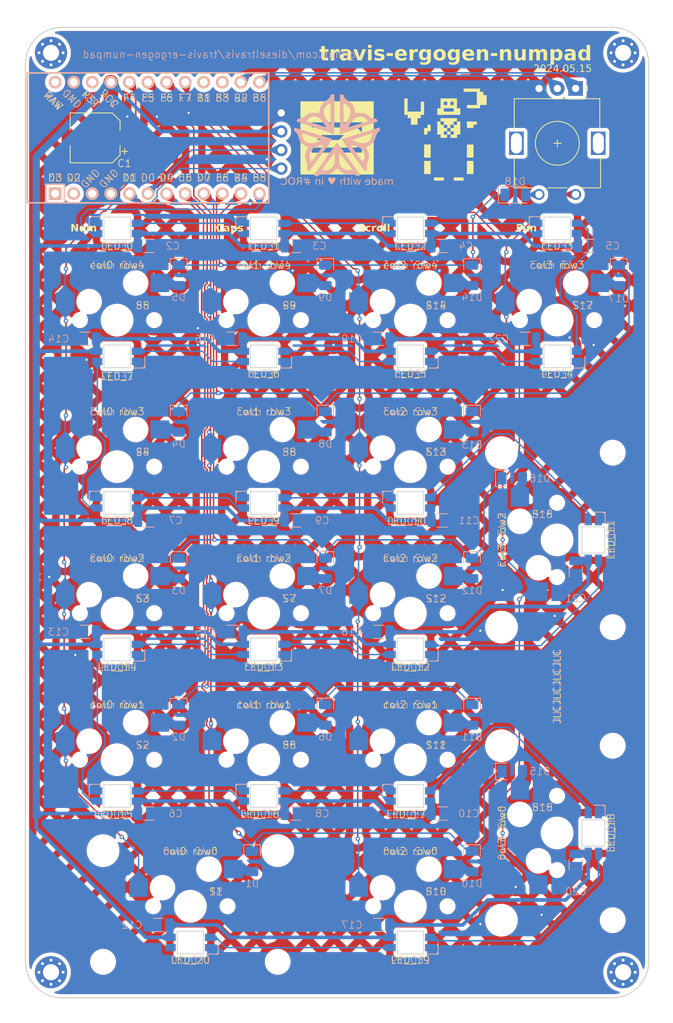
<source format=kicad_pcb>
(kicad_pcb (version 20240108) (generator "pcbnew") (generator_version "8.0")
  (title_block (title "travis_num2024") (date "2024-05-17") (rev "2024.05.15") (company "Travis Hardiman"))
  (layers (0 "F.Cu" signal) (31 "B.Cu" signal) (34 "B.Paste" user) (35 "F.Paste" user) (36 "B.SilkS" user "B.Silkscreen") (37 "F.SilkS" user "F.Silkscreen") (38 "B.Mask" user) (39 "F.Mask" user) (44 "Edge.Cuts" user))
  (net 0 "")
  (net 1 "D3")
  (net 2 "D2")
  (net 3 "GND")
  (net 4 "sda")
  (net 5 "scl")
  (net 6 "row0")
  (net 7 "row1")
  (net 8 "row2")
  (net 9 "row3")
  (net 10 "row4")
  (net 11 "LED_0")
  (net 12 "encC")
  (net 13 "encA")
  (net 14 "B3")
  (net 15 "B1")
  (net 16 "col3")
  (net 17 "col2")
  (net 18 "col1")
  (net 19 "col0")
  (net 20 "VCC")
  (net 21 "RST")
  (net 22 "RAW")
  (net 23 "LED_1")
  (net 24 "LED_2")
  (net 25 "LED_3")
  (net 26 "LED_4")
  (net 27 "matrix_col0_row0")
  (net 28 "matrix_col0_row1")
  (net 29 "matrix_col0_row2")
  (net 30 "matrix_col0_row3")
  (net 31 "matrix_col0_row4")
  (net 32 "matrix_col1_row1")
  (net 33 "matrix_col1_row2")
  (net 34 "matrix_col1_row3")
  (net 35 "matrix_col1_row4")
  (net 36 "matrix_col2_row0")
  (net 37 "matrix_col2_row1")
  (net 38 "matrix_col2_row2")
  (net 39 "matrix_col2_row3")
  (net 40 "matrix_col2_row4")
  (net 41 "matrix_col3_row0")
  (net 42 "matrix_col3_row2")
  (net 43 "matrix_col3_row4")
  (net 44 "LED_16")
  (net 45 "LED_15")
  (net 46 "LED_9")
  (net 47 "LED_8")
  (net 48 "LED_17")
  (net 49 "LED_10")
  (net 50 "LED_18")
  (net 51 "LED_11")
  (net 52 "LED_20")
  (net 53 "LED_14")
  (net 54 "LED_7")
  (net 55 "LED_13")
  (net 56 "LED_6")
  (net 57 "LED_19")
  (net 58 "LED_12")
  (net 59 "LED_5")
  (net 60 "enc_to")
  (footprint "travis:MX" (layer "F.Cu") (at 80.1 139.85)
    (property "Reference" "S13")
    (property "Value" "Kailh MX Switch Sockets" (hide yes))
  )
  (footprint "travis:MountingHole_2.2mm_M2_Pad_Via" (layer "F.Cu") (at 30.975 83.225)
    (property "Reference" "HOLE1" (hide yes))
    (property "Value" "")
  )
  (footprint "travis:MX" (layer "F.Cu") (at 40 139.85)
    (property "Reference" "S4")
    (property "Value" "Kailh MX Switch Sockets" (hide yes))
  )
  (footprint "travis:MX" (layer "F.Cu") (at 100.15 189.975 90)
    (property "Reference" "S15")
    (property "Value" "Kailh MX Switch Sockets" (hide yes))
  )
  (footprint "travis:MX" (layer "F.Cu") (at 60.05 119.8)
    (property "Reference" "S9")
    (property "Value" "Kailh MX Switch Sockets" (hide yes))
  )
  (footprint "travis:MX" (layer "F.Cu") (at 100.15 119.8)
    (property "Reference" "S17")
    (property "Value" "Kailh MX Switch Sockets" (hide yes))
  )
  (footprint "travis:MX" (layer "F.Cu") (at 80.1 159.9)
    (property "Reference" "S12")
    (property "Value" "Kailh MX Switch Sockets" (hide yes))
  )
  (footprint "travis:MountingHole_2.2mm_M2_Pad_Via" (layer "F.Cu") (at 109.175 83.225)
    (property "Reference" "HOLE2" (hide yes))
    (property "Value" "")
  )
  (footprint "Arduino_Pro_Micro" (layer "F.Cu") (at 45.5 94.8675 90)
    (property "Reference" "MCU1" (hide yes))
    (property "Value" "Arduino Pro Micro" (hide yes))
  )
  (footprint "travis:MX" (layer "F.Cu") (at 40 159.9)
    (property "Reference" "S3")
    (property "Value" "Kailh MX Switch Sockets" (hide yes))
  )
  (footprint "ScottoKeebs_Stabilizer:Stabilizer_MX_2.00u" (layer "F.Cu") (at 50.025 200.62 180)
    (property "Reference" "STAB2u1" (hide yes))
    (property "Value" "Stabilizer_MX_2.00u" (hide yes))
  )
  (footprint "travis:MX" (layer "F.Cu") (at 100.15 149.875 90)
    (property "Reference" "S16")
    (property "Value" "Kailh MX Switch Sockets" (hide yes))
  )
  (footprint "travis:MX" (layer "F.Cu") (at 60.05 179.95)
    (property "Reference" "S6")
    (property "Value" "Kailh MX Switch Sockets" (hide yes))
  )
  (footprint "CP_Elec_6.3x7.7" (layer "F.Cu") (at 37 94.8675 180)
    (property "Reference" "C1")
    (property "Value" "470uF 10V" (hide yes))
  )
  (footprint "travis:travis" (layer "F.Cu") (at 85.125 94.8675)
    (property "Reference" "LOGO2" (hide yes))
    (property "Value" "")
  )
  (footprint "travis:MountingHole_2.2mm_M2_Pad_Via" (layer "F.Cu") (at 30.975 209.025)
    (property "Reference" "HOLE4" (hide yes))
    (property "Value" "")
  )
  (footprint "travis:MX" (layer "F.Cu") (at 80.1 179.95)
    (property "Reference" "S11")
    (property "Value" "Kailh MX Switch Sockets" (hide yes))
  )
  (footprint "ScottoKeebs_Stabilizer:Stabilizer_MX_2.00u" (layer "F.Cu") (at 100.77 149.875 -90)
    (property "Reference" "STAB2u3" (hide yes))
    (property "Value" "Stabilizer_MX_2.00u" (hide yes))
  )
  (footprint "travis:MX" (layer "F.Cu") (at 50.025 200)
    (property "Reference" "S1")
    (property "Value" "Kailh MX Switch Sockets" (hide yes))
  )
  (footprint "travis:MX" (layer "F.Cu") (at 40 119.8)
    (property "Reference" "S5")
    (property "Value" "Kailh MX Switch Sockets" (hide yes))
  )
  (footprint "travis:MX" (layer "F.Cu") (at 80.1 200)
    (property "Reference" "S10")
    (property "Value" "Kailh MX Switch Sockets" (hide yes))
  )
  (footprint "ceoloide:utility_ergogen_logo" (layer "F.Cu") (at 70.075 94.8675)
    (property "Reference" "LOGO1" (hide yes))
    (property "Value" "")
  )
  (footprint "travis:MX" (layer "F.Cu") (at 80.1 119.8)
    (property "Reference" "S14")
    (property "Value" "Kailh MX Switch Sockets" (hide yes))
  )
  (footprint "travis:MX" (layer "F.Cu") (at 60.05 159.9)
    (property "Reference" "S7")
    (property "Value" "Kailh MX Switch Sockets" (hide yes))
  )
  (footprint "travis:ec11" (layer "F.Cu") (at 100.15 95.725 -90)
    (property "Reference" "ROT1" (hide yes))
    (property "Value" "EC11" (hide yes))
  )
  (footprint "lib:OLED_headers" (layer "F.Cu") (at 64.05 101.25 180)
    (property "Reference" "OLED1" (hide yes))
    (property "Value" "OLED")
  )
  (footprint "travis:MX" (layer "F.Cu") (at 60.05 139.85)
    (property "Reference" "S8")
    (property "Value" "Kailh MX Switch Sockets" (hide yes))
  )
  (footprint "ScottoKeebs_Stabilizer:Stabilizer_MX_2.00u" (layer "F.Cu") (at 100.77 189.975 -90)
    (property "Reference" "STAB2u2" (hide yes))
    (property "Value" "Stabilizer_MX_2.00u" (hide yes))
  )
  (footprint "travis:MountingHole_2.2mm_M2_Pad_Via" (layer "F.Cu") (at 109.175 209.025)
    (property "Reference" "HOLE3" (hide yes))
    (property "Value" "")
  )
  (footprint "travis:MX" (layer "F.Cu") (at 40 179.95)
    (property "Reference" "S2")
    (property "Value" "Kailh MX Switch Sockets" (hide yes))
  )
  (footprint "C_1206_3216Metric" (layer "B.Cu") (at 75.75 162.46 180)
    (property "Reference" "C18")
    (property "Value" "C_1206_3216Metric" (hide yes))
  )
  (footprint "travis:led_SK6812mini-e (per-key, single-side)" (layer "B.Cu") (at 60.05 124.76 180)
    (property "Reference" "LED15" (hide yes))
    (property "Value" "SK6812mini-e" (hide yes))
    (fp_line (start 1.8 1.55) (end 1.8 -1.55) (stroke (width 0.12)) (layer "Edge.Cuts"))
    (fp_line (start 1.8 -1.55) (end -1.8 -1.55) (stroke (width 0.12)) (layer "Edge.Cuts"))
    (fp_line (start -1.8 1.55) (end 1.8 1.55) (stroke (width 0.12)) (layer "Edge.Cuts"))
    (fp_line (start -1.8 -1.55) (end -1.8 1.55) (stroke (width 0.12)) (layer "Edge.Cuts"))
  )
  (footprint "C_1206_3216Metric" (layer "B.Cu") (at 64.4 187.31)
    (property "Reference" "C8")
    (property "Value" "C_1206_3216Metric" (hide yes))
  )
  (footprint "C_1206_3216Metric" (layer "B.Cu") (at 104.5 109.65)
    (property "Reference" "C5")
    (property "Value" "C_1206_3216Metric" (hide yes))
  )
  (footprint "travis:led_SK6812mini-e (per-key, single-side)" (layer "B.Cu") (at 80.1 124.76 180)
    (property "Reference" "LED18" (hide yes))
    (property "Value" "SK6812mini-e" (hide yes))
    (fp_line (start 1.8 1.55) (end 1.8 -1.55) (stroke (width 0.12)) (layer "Edge.Cuts"))
    (fp_line (start 1.8 -1.55) (end -1.8 -1.55) (stroke (width 0.12)) (layer "Edge.Cuts"))
    (fp_line (start -1.8 1.55) (end 1.8 1.55) (stroke (width 0.12)) (layer "Edge.Cuts"))
    (fp_line (start -1.8 -1.55) (end -1.8 1.55) (stroke (width 0.12)) (layer "Edge.Cuts"))
  )
  (footprint "travis:led_SK6812mini-e (per-key, single-side)" (layer "B.Cu") (at 60.05 107.25)
    (property "Reference" "LED2" (hide yes))
    (property "Value" "SK6812mini-e" (hide yes))
    (fp_line (start -1.8 -1.55) (end -1.8 1.55) (stroke (width 0.12)) (layer "Edge.Cuts"))
    (fp_line (start -1.8 1.55) (end 1.8 1.55) (stroke (width 0.12)) (layer "Edge.Cuts"))
    (fp_line (start 1.8 -1.55) (end -1.8 -1.55) (stroke (width 0.12)) (layer "Edge.Cuts"))
    (fp_line (start 1.8 1.55) (end 1.8 -1.55) (stroke (width 0.12)) (layer "Edge.Cuts"))
  )
  (footprint "travis:led_SK6812mini-e (per-key, single-side)" (layer "B.Cu") (at 100.15 107.25)
    (property "Reference" "LED4" (hide yes))
    (property "Value" "SK6812mini-e" (hide yes))
    (fp_line (start -1.8 -1.55) (end -1.8 1.55) (stroke (width 0.12)) (layer "Edge.Cuts"))
    (fp_line (start -1.8 1.55) (end 1.8 1.55) (stroke (width 0.12)) (layer "Edge.Cuts"))
    (fp_line (start 1.8 -1.55) (end -1.8 -1.55) (stroke (width 0.12)) (layer "Edge.Cuts"))
    (fp_line (start 1.8 1.55) (end 1.8 -1.55) (stroke (width 0.12)) (layer "Edge.Cuts"))
  )
  (footprint "travis:led_SK6812mini-e (per-key, single-side)" (layer "B.Cu") (at 100.15 124.76 180)
    (property "Reference" "LED21" (hide yes))
    (property "Value" "SK6812mini-e" (hide yes))
    (fp_line (start 1.8 1.55) (end 1.8 -1.55) (stroke (width 0.12)) (layer "Edge.Cuts"))
    (fp_line (start 1.8 -1.55) (end -1.8 -1.55) (stroke (width 0.12)) (layer "Edge.Cuts"))
    (fp_line (start -1.8 1.55) (end 1.8 1.55) (stroke (width 0.12)) (layer "Edge.Cuts"))
    (fp_line (start -1.8 -1.55) (end -1.8 1.55) (stroke (width 0.12)) (layer "Edge.Cuts"))
  )
  (footprint "travis:D_1206_3216Metric-th1" (layer "B.Cu") (at 68.475 113.675 -90)
    (property "Reference" "D9")
    (property "Value" "D_1206_3216Metric-th1" (hide yes))
  )
  (footprint "travis:led_SK6812mini-e (per-key, single-side)" (layer "B.Cu") (at 80.1 164.86 180)
    (property "Reference" "LED17" (hide yes))
    (property "Value" "SK6812mini-e" (hide yes))
    (fp_line (start 1.8 1.55) (end 1.8 -1.55) (stroke (width 0.12)) (layer "Edge.Cuts"))
    (fp_line (start 1.8 -1.55) (end -1.8 -1.55) (stroke (width 0.12)) (layer "Edge.Cuts"))
    (fp_line (start -1.8 1.55) (end 1.8 1.55) (stroke (width 0.12)) (layer "Edge.Cuts"))
    (fp_line (start -1.8 -1.55) (end -1.8 1.55) (stroke (width 0.12)) (layer "Edge.Cuts"))
  )
  (footprint "travis:D_1206_3216Metric-th1" (layer "B.Cu") (at 48.425 113.675 -90)
    (property "Reference" "D5")
    (property "Value" "D_1206_3216Metric-th1" (hide yes))
  )
  (footprint "C_1206_3216Metric" (layer "B.Cu") (at 102.71 154.225 -90)
    (property "Reference" "C21")
    (property "Value" "C_1206_3216Metric" (hide yes))
  )
  (footprint "travis:led_SK6812mini-e (per-key, single-side)" (layer "B.Cu") (at 40 124.76 180)
    (property "Reference" "LED13" (hide yes))
    (property "Value" "SK6812mini-e" (hide yes))
    (fp_line (start 1.8 1.55) (end 1.8 -1.55) (stroke (width 0.12)) (layer "Edge.Cuts"))
    (fp_line (start 1.8 -1.55) (end -1.8 -1.55) (stroke (width 0.12)) (layer "Edge.Cuts"))
    (fp_line (start -1.8 1.55) (end 1.8 1.55) (stroke (width 0.12)) (layer "Edge.Cuts"))
    (fp_line (start -1.8 -1.55) (end -1.8 1.55) (stroke (width 0.12)) (layer "Edge.Cuts"))
  )
  (footprint "travis:D_1206_3216Metric-th1" (layer "B.Cu") (at 68.475 173.825 -90)
    (property "Reference" "D6")
    (property "Value" "D_1206_3216Metric-th1" (hide yes))
  )
  (footprint "travis:D_1206_3216Metric-th1" (layer "B.Cu") (at 48.425 133.725 -90)
    (property "Reference" "D4")
    (property "Value" "D_1206_3216Metric-th1" (hide yes))
  )
  (footprint "C_1206_3216Metric" (layer "B.Cu") (at 55.7 122.36 180)
    (property "Reference" "C16")
    (property "Value" "C_1206_3216Metric" (hide yes))
  )
  (footprint "C_1206_3216Metric" (layer "B.Cu") (at 75.75 202.56 180)
    (property "Reference" "C17")
    (property "Value" "C_1206_3216Metric" (hide yes))
  )
  (footprint "C_1206_3216Metric" (layer "B.Cu") (at 102.71 194.325 -90)
    (property "Reference" "C20")
    (property "Value" "C_1206_3216Metric" (hide yes))
  )
  (footprint "travis:led_SK6812mini-e (per-key, single-side)" (layer "B.Cu") (at 105.11 189.975 -90)
    (property "Reference" "LED19" (hide yes))
    (property "Value" "SK6812mini-e" (hide yes))
    (fp_line (start -1.8 1.55) (end 1.8 1.55) (stroke (width 0.12)) (layer "Edge.Cuts"))
    (fp_line (start 1.8 1.55) (end 1.8 -1.55) (stroke (width 0.12)) (layer "Edge.Cuts"))
    (fp_line (start -1.8 -1.55) (end -1.8 1.55) (stroke (width 0.12)) (layer "Edge.Cuts"))
    (fp_line (start 1.8 -1.55) (end -1.8 -1.55) (stroke (width 0.12)) (layer "Edge.Cuts"))
  )
  (footprint "travis:led_SK6812mini-e (per-key, single-side)" (layer "B.Cu") (at 80.1 184.91)
    (property "Reference" "LED9" (hide yes))
    (property "Value" "SK6812mini-e" (hide yes))
    (fp_line (start -1.8 -1.55) (end -1.8 1.55) (stroke (width 0.12)) (layer "Edge.Cuts"))
    (fp_line (start -1.8 1.55) (end 1.8 1.55) (stroke (width 0.12)) (layer "Edge.Cuts"))
    (fp_line (start 1.8 -1.55) (end -1.8 -1.55) (stroke (width 0.12)) (layer "Edge.Cuts"))
    (fp_line (start 1.8 1.55) (end 1.8 -1.55) (stroke (width 0.12)) (layer "Edge.Cuts"))
  )
  (footprint "C_1206_3216Metric" (layer "B.Cu") (at 44.35 109.65)
    (property "Reference" "C2")
    (property "Value" "C_1206_3216Metric" (hide yes))
  )
  (footprint "C_1206_3216Metric" (layer "B.Cu") (at 84.45 147.21)
    (property "Reference" "C11")
    (property "Value" "C_1206_3216Metric" (hide yes))
  )
  (footprint "C_1206_3216Metric" (layer "B.Cu") (at 44.35 147.21)
    (property "Reference" "C7")
    (property "Value" "C_1206_3216Metric" (hide yes))
  )
  (footprint "travis:D_1206_3216Metric-th2" (layer "B.Cu") (at 94.025 181.55)
    (property "Reference" "D15")
    (property "Value" "D_1206_3216Metric-th2" (hide yes))
  )
  (footprint "C_1206_3216Metric" (layer "B.Cu") (at 35.65 122.36 180)
    (property "Reference" "C14")
    (property "Value" "C_1206_3216Metric" (hide yes))
  )
  (footprint "C_1206_3216Metric" (layer "B.Cu") (at 64.4 109.65)
    (property "Reference" "C3")
    (property "Value" "C_1206_3216Metric" (hide yes))
  )
  (footprint "Diode_SMD:D_1206_3216Metric" (layer "B.Cu") (at 94.425 102.65)
    (property "Reference" "D18")
    (property "Value" "D_1206_3216Metric" (hide yes))
  )
  (footprint "travis:D_1206_3216Metric-th1" (layer "B.Cu") (at 68.475 153.775 -90)
    (property "Reference" "D7")
    (property "Value" "D_1206_3216Metric-th1" (hide yes))
  )
  (footprint "travis:D_1206_3216Metric-th1" (layer "B.Cu") (at 68.475 133.725 -90)
    (property "Reference" "D8")
    (property "Value" "D_1206_3216Metric-th1" (hide yes))
  )
  (footprint "C_1206_3216Metric" (layer "B.Cu") (at 45.675 202.56 180)
    (property "Reference" "C12")
    (property "Value" "C_1206_3216Metric" (hide yes))
  )
  (footprint "travis:led_SK6812mini-e (per-key, single-side)" (layer "B.Cu") (at 40 107.25)
    (property "Reference" "LED1" (hide yes))
    (property "Value" "SK6812mini-e" (hide yes))
    (fp_line (start -1.8 -1.55) (end -1.8 1.55) (stroke (width 0.12)) (layer "Edge.Cuts"))
    (fp_line (start -1.8 1.55) (end 1.8 1.55) (stroke (width 0.12)) (layer "Edge.Cuts"))
    (fp_line (start 1.8 -1.55) (end -1.8 -1.55) (stroke (width 0.12)) (layer "Edge.Cuts"))
    (fp_line (start 1.8 1.55) (end 1.8 -1.55) (stroke (width 0.12)) (layer "Edge.Cuts"))
  )
  (footprint "C_1206_3216Metric" (layer "B.Cu") (at 84.45 109.65)
    (property "Reference" "C4")
    (property "Value" "C_1206_3216Metric" (hide yes))
  )
  (footprint "C_1206_3216Metric" (layer "B.Cu") (at 55.7 162.46 180)
    (property "Reference" "C15")
    (property "Value" "C_1206_3216Metric" (hide yes))
  )
  (footprint "travis:led_SK6812mini-e (per-key, single-side)" (layer "B.Cu") (at 50.025 204.96 180)
    (property "Reference" "LED11" (hide yes))
    (property "Value" "SK6812mini-e" (hide yes))
    (fp_line (start 1.8 1.55) (end 1.8 -1.55) (stroke (width 0.12)) (layer "Edge.Cuts"))
    (fp_line (start 1.8 -1.55) (end -1.8 -1.55) (stroke (width 0.12)) (layer "Edge.Cuts"))
    (fp_line (start -1.8 1.55) (end 1.8 1.55) (stroke (width 0.12)) (layer "Edge.Cuts"))
    (fp_line (start -1.8 -1.55) (end -1.8 1.55) (stroke (width 0.12)) (layer "Edge.Cuts"))
  )
  (footprint "travis:led_SK6812mini-e (per-key, single-side)" (layer "B.Cu") (at 40 144.81)
    (property "Reference" "LED6" (hide yes))
    (property "Value" "SK6812mini-e" (hide yes))
    (fp_line (start -1.8 -1.55) (end -1.8 1.55) (stroke (width 0.12)) (layer "Edge.Cuts"))
    (fp_line (start -1.8 1.55) (end 1.8 1.55) (stroke (width 0.12)) (layer "Edge.Cuts"))
    (fp_line (start 1.8 -1.55) (end -1.8 -1.55) (stroke (width 0.12)) (layer "Edge.Cuts"))
    (fp_line (start 1.8 1.55) (end 1.8 -1.55) (stroke (width 0.12)) (layer "Edge.Cuts"))
  )
  (footprint "C_1206_3216Metric" (layer "B.Cu") (at 35.65 162.46 180)
    (property "Reference" "C13")
    (property "Value" "C_1206_3216Metric" (hide yes))
  )
  (footprint "C_1206_3216Metric" (layer "B.Cu") (at 44.35 187.31)
    (property "Reference" "C6")
    (property "Value" "C_1206_3216Metric" (hide yes))
  )
  (footprint "travis:D_1206_3216Metric-th1" (layer "B.Cu") (at 48.425 153.775 -90)
    (property "Reference" "D3")
    (property "Value" "D_1206_3216Metric-th1" (hide yes))
  )
  (footprint "C_1206_3216Metric" (layer "B.Cu") (at 75.75 122.36 180)
    (property "Reference" "C19")
    (property "Value" "C_1206_3216Metric" (hide yes))
  )
  (footprint "travis:D_1206_3216Metric-th1" (layer "B.Cu") (at 88.525 173.825 -90)
    (property "Reference" "D11")
    (property "Value" "D_1206_3216Metric-th1" (hide yes))
  )
  (footprint "travis:D_1206_3216Metric-th1" (layer "B.Cu") (at 88.525 153.775 -90)
    (property "Reference" "D12")
    (property "Value" "D_1206_3216Metric-th1" (hide yes))
  )
  (footprint "travis:D_1206_3216Metric-th1" (layer "B.Cu") (at 88.525 133.725 -90)
    (property "Reference" "D13")
    (property "Value" "D_1206_3216Metric-th1" (hide yes))
  )
  (footprint "travis:D_1206_3216Metric-th1" (layer "B.Cu") (at 88.525 193.875 -90)
    (property "Reference" "D10")
    (property "Value" "D_1206_3216Metric-th1" (hide yes))
  )
  (footprint "C_1206_3216Metric" (layer "B.Cu") (at 84.45 187.31)
    (property "Reference" "C10")
    (property "Value" "C_1206_3216Metric" (hide yes))
  )
  (footprint "C_1206_3216Metric" (layer "B.Cu") (at 95.8 122.36 180)
    (property "Reference" "C22")
    (property "Value" "C_1206_3216Metric" (hide yes))
  )
  (footprint "travis:D_1206_3216Metric-th1" (layer "B.Cu") (at 58.45 193.875 -90)
    (property "Reference" "D1")
    (property "Value" "D_1206_3216Metric-th1" (hide yes))
  )
  (footprint "travis:D_1206_3216Metric-th1" (layer "B.Cu") (at 108.575 113.675 -90)
    (property "Reference" "D17")
    (property "Value" "D_1206_3216Metric-th1" (hide yes))
  )
  (footprint "C_1206_3216Metric" (layer "B.Cu") (at 64.4 147.21)
    (property "Reference" "C9")
    (property "Value" "C_1206_3216Metric" (hide yes))
  )
  (footprint "travis:led_SK6812mini-e (per-key, single-side)" (layer "B.Cu") (at 80.1 204.96 180)
    (property "Reference" "LED16" (hide yes))
    (property "Value" "SK6812mini-e" (hide yes))
    (fp_line (start 1.8 1.55) (end 1.8 -1.55) (stroke (width 0.12)) (layer "Edge.Cuts"))
    (fp_line (start 1.8 -1.55) (end -1.8 -1.55) (stroke (width 0.12)) (layer "Edge.Cuts"))
    (fp_line (start -1.8 1.55) (end 1.8 1.55) (stroke (width 0.12)) (layer "Edge.Cuts"))
    (fp_line (start -1.8 -1.55) (end -1.8 1.55) (stroke (width 0.12)) (layer "Edge.Cuts"))
  )
  (footprint "travis:led_SK6812mini-e (per-key, single-side)" (layer "B.Cu") (at 40 164.86 180)
    (property "Reference" "LED12" (hide yes))
    (property "Value" "SK6812mini-e" (hide yes))
    (fp_line (start 1.8 1.55) (end 1.8 -1.55) (stroke (width 0.12)) (layer "Edge.Cuts"))
    (fp_line (start 1.8 -1.55) (end -1.8 -1.55) (stroke (width 0.12)) (layer "Edge.Cuts"))
    (fp_line (start -1.8 1.55) (end 1.8 1.55) (stroke (width 0.12)) (layer "Edge.Cuts"))
    (fp_line (start -1.8 -1.55) (end -1.8 1.55) (stroke (width 0.12)) (layer "Edge.Cuts"))
  )
  (footprint "travis:D_1206_3216Metric-th1" (layer "B.Cu") (at 48.425 173.825 -90)
    (property "Reference" "D2")
    (property "Value" "D_1206_3216Metric-th1" (hide yes))
  )
  (footprint "travis:led_SK6812mini-e (per-key, single-side)" (layer "B.Cu") (at 105.11 149.875 -90)
    (property "Reference" "LED20" (hide yes))
    (property "Value" "SK6812mini-e" (hide yes))
    (fp_line (start -1.8 1.55) (end 1.8 1.55) (stroke (width 0.12)) (layer "Edge.Cuts"))
    (fp_line (start 1.8 1.55) (end 1.8 -1.55) (stroke (width 0.12)) (layer "Edge.Cuts"))
    (fp_line (start -1.8 -1.55) (end -1.8 1.55) (stroke (width 0.12)) (layer "Edge.Cuts"))
    (fp_line (start 1.8 -1.55) (end -1.8 -1.55) (stroke (width 0.12)) (layer "Edge.Cuts"))
  )
  (footprint "travis:led_SK6812mini-e (per-key, single-side)" (layer "B.Cu") (at 60.05 164.86 180)
    (property "Reference" "LED14" (hide yes))
    (property "Value" "SK6812mini-e" (hide yes))
    (fp_line (start 1.8 1.55) (end 1.8 -1.55) (stroke (width 0.12)) (layer "Edge.Cuts"))
    (fp_line (start 1.8 -1.55) (end -1.8 -1.55) (stroke (width 0.12)) (layer "Edge.Cuts"))
    (fp_line (start -1.8 1.55) (end 1.8 1.55) (stroke (width 0.12)) (layer "Edge.Cuts"))
    (fp_line (start -1.8 -1.55) (end -1.8 1.55) (stroke (width 0.12)) (layer "Edge.Cuts"))
  )
  (footprint "travis:led_SK6812mini-e (per-key, single-side)" (layer "B.Cu") (at 60.05 144.81)
    (property "Reference" "LED8" (hide yes))
    (property "Value" "SK6812mini-e" (hide yes))
    (fp_line (start -1.8 -1.55) (end -1.8 1.55) (stroke (width 0.12)) (layer "Edge.Cuts"))
    (fp_line (start -1.8 1.55) (end 1.8 1.55) (stroke (width 0.12)) (layer "Edge.Cuts"))
    (fp_line (start 1.8 -1.55) (end -1.8 -1.55) (stroke (width 0.12)) (layer "Edge.Cuts"))
    (fp_line (start 1.8 1.55) (end 1.8 -1.55) (stroke (width 0.12)) (layer "Edge.Cuts"))
  )
  (footprint "travis:travis" (layer "B.Cu") (at 70.075 94.8675)
    (property "Reference" "ROC1" (hide yes))
    (property "Value" "")
  )
  (footprint "travis:led_SK6812mini-e (per-key, single-side)" (layer "B.Cu") (at 40 184.91)
    (property "Reference" "LED5" (hide yes))
    (property "Value" "SK6812mini-e" (hide yes))
    (fp_line (start -1.8 -1.55) (end -1.8 1.55) (stroke (width 0.12)) (layer "Edge.Cuts"))
    (fp_line (start -1.8 1.55) (end 1.8 1.55) (stroke (width 0.12)) (layer "Edge.Cuts"))
    (fp_line (start 1.8 -1.55) (end -1.8 -1.55) (stroke (width 0.12)) (layer "Edge.Cuts"))
    (fp_line (start 1.8 1.55) (end 1.8 -1.55) (stroke (width 0.12)) (layer "Edge.Cuts"))
  )
  (footprint "travis:D_1206_3216Metric-th2" (layer "B.Cu") (at 94.025 141.45)
    (property "Reference" "D16")
    (property "Value" "D_1206_3216Metric-th2" (hide yes))
  )
  (footprint "travis:D_1206_3216Metric-th1" (layer "B.Cu") (at 88.525 113.675 -90)
    (property "Reference" "D14")
    (property "Value" "D_1206_3216Metric-th1" (hide yes))
  )
  (footprint "travis:led_SK6812mini-e (per-key, single-side)" (layer "B.Cu") (at 80.1 144.81)
    (property "Reference" "LED10" (hide yes))
    (property "Value" "SK6812mini-e" (hide yes))
    (fp_line (start -1.8 -1.55) (end -1.8 1.55) (stroke (width 0.12)) (layer "Edge.Cuts"))
    (fp_line (start -1.8 1.55) (end 1.8 1.55) (stroke (width 0.12)) (layer "Edge.Cuts"))
    (fp_line (start 1.8 -1.55) (end -1.8 -1.55) (stroke (width 0.12)) (layer "Edge.Cuts"))
    (fp_line (start 1.8 1.55) (end 1.8 -1.55) (stroke (width 0.12)) (layer "Edge.Cuts"))
  )
  (footprint "travis:led_SK6812mini-e (per-key, single-side)" (layer "B.Cu") (at 60.05 184.91)
    (property "Reference" "LED7" (hide yes))
    (property "Value" "SK6812mini-e" (hide yes))
    (fp_line (start -1.8 -1.55) (end -1.8 1.55) (stroke (width 0.12)) (layer "Edge.Cuts"))
    (fp_line (start -1.8 1.55) (end 1.8 1.55) (stroke (width 0.12)) (layer "Edge.Cuts"))
    (fp_line (start 1.8 -1.55) (end -1.8 -1.55) (stroke (width 0.12)) (layer "Edge.Cuts"))
    (fp_line (start 1.8 1.55) (end 1.8 -1.55) (stroke (width 0.12)) (layer "Edge.Cuts"))
  )
  (footprint "travis:led_SK6812mini-e (per-key, single-side)" (layer "B.Cu") (at 80.1 107.25)
    (property "Reference" "LED3" (hide yes))
    (property "Value" "SK6812mini-e" (hide yes))
    (fp_line (start -1.8 -1.55) (end -1.8 1.55) (stroke (width 0.12)) (layer "Edge.Cuts"))
    (fp_line (start -1.8 1.55) (end 1.8 1.55) (stroke (width 0.12)) (layer "Edge.Cuts"))
    (fp_line (start 1.8 -1.55) (end -1.8 -1.55) (stroke (width 0.12)) (layer "Edge.Cuts"))
    (fp_line (start 1.8 1.55) (end 1.8 -1.55) (stroke (width 0.12)) (layer "Edge.Cuts"))
  )
  (gr_line (start 27.475 207.525) (end 27.475 84.75) (stroke (width 0.15)) (layer "Edge.Cuts"))
  (gr_line (start 32.475 79.75) (end 107.675 79.75) (stroke (width 0.15)) (layer "Edge.Cuts"))
  (gr_arc (start 32.475 212.525) (mid 28.939466 211.060534) (end 27.475 207.525) (stroke (width 0.15)) (layer "Edge.Cuts"))
  (gr_line (start 112.675 84.75) (end 112.675 207.525) (stroke (width 0.15)) (layer "Edge.Cuts"))
  (gr_arc (start 27.475 84.75) (mid 28.939466 81.214466) (end 32.475 79.75) (stroke (width 0.15)) (layer "Edge.Cuts"))
  (gr_arc (start 112.675 207.525) (mid 111.210534 211.060534) (end 107.675 212.525) (stroke (width 0.15)) (layer "Edge.Cuts"))
  (gr_arc (start 107.675 79.75) (mid 111.210534 81.214466) (end 112.675 84.75) (stroke (width 0.15)) (layer "Edge.Cuts"))
  (gr_line (start 107.675 212.525) (end 32.475 212.525) (stroke (width 0.15)) (layer "Edge.Cuts"))
  (gr_text "col0 row3" (at 40 132.325 0) (layer "B.SilkS") (effects (font (size 1 1) (thickness 0.1)) (justify mirror)))
  (gr_text "S5" (at 43.5 117.8 0) (layer "B.SilkS") (effects (font (size 1 1) (thickness 0.1)) (justify mirror)))
  (gr_text "S2" (at 43.5 177.95 0) (layer "B.SilkS") (effects (font (size 1 1) (thickness 0.1)) (justify mirror)))
  (gr_text "S8" (at 63.55 137.85 0) (layer "B.SilkS") (effects (font (size 1 1) (thickness 0.1)) (justify mirror)))
  (gr_text "col0 row1" (at 40 172.425 0) (layer "B.SilkS") (effects (font (size 1 1) (thickness 0.1)) (justify mirror)))
  (gr_text "col3 row3" (at 100.15 112.275 0) (layer "B.SilkS") (effects (font (size 1 1) (thickness 0.1)) (justify mirror)))
  (gr_text "LED_1" (at 60.05 109.65 0) (layer "B.SilkS") (effects (font (size 1 1) (thickness 0.1)) (justify mirror)))
  (gr_text "col3 row0" (at 92.625 189.975 90) (layer "B.SilkS") (effects (font (size 1 1) (thickness 0.1)) (justify mirror)))
  (gr_text "LED_8" (at 40 147.21 0) (layer "B.SilkS") (effects (font (size 1 1) (thickness 0.1)) (justify mirror)))
  (gr_text "LED_20" (at 50.025 207.36 0) (layer "B.SilkS") (effects (font (size 1 1) (thickness 0.1)) (justify mirror)))
  (gr_text "LED_11" (at 107.51 149.875 90) (layer "B.SilkS") (effects (font (size 1 1) (thickness 0.1)) (justify mirror)))
  (gr_text "S6" (at 63.55 177.95 0) (layer "B.SilkS") (effects (font (size 1 1) (thickness 0.1)) (justify mirror)))
  (gr_text "LED_14" (at 40 167.26 0) (layer "B.SilkS") (effects (font (size 1 1) (thickness 0.1)) (justify mirror)))
  (gr_text "S11" (at 83.6 177.95 0) (layer "B.SilkS") (effects (font (size 1 1) (thickness 0.1)) (justify mirror)))
  (gr_text "LED_4" (at 100.15 127.16 0) (layer "B.SilkS") (effects (font (size 1 1) (thickness 0.1)) (justify mirror)))
  (gr_text "col3 row2" (at 92.625 149.875 90) (layer "B.SilkS") (effects (font (size 1 1) (thickness 0.1)) (justify mirror)))
  (gr_text "S7" (at 63.55 157.9 0) (layer "B.SilkS") (effects (font (size 1 1) (thickness 0.1)) (justify mirror)))
  (gr_text "S16" (at 98.15 146.375 0) (layer "B.SilkS") (effects (font (size 1 1) (thickness 0.1)) (justify mirror)))
  (gr_text "LED_0" (at 40 109.65 0) (layer "B.SilkS") (effects (font (size 1 1) (thickness 0.1)) (justify mirror)))
  (gr_text "col1 row3" (at 60.05 132.325 0) (layer "B.SilkS") (effects (font (size 1 1) (thickness 0.1)) (justify mirror)))
  (gr_text "LED_17" (at 79.48 187.41 0) (layer "B.SilkS") (effects (font (size 1 1) (thickness 0.1)) (justify mirror)))
  (gr_text "LED_13" (at 60.05 167.26 0) (layer "B.SilkS") (effects (font (size 1 1) (thickness 0.1)) (justify mirror)))
  (gr_text "LED_12" (at 80.1 167.26 0) (layer "B.SilkS") (effects (font (size 1 1) (thickness 0.1)) (justify mirror)))
  (gr_text "col0 row0" (at 50.025 192.475 0) (layer "B.SilkS") (effects (font (size 1 1) (thickness 0.1)) (justify mirror)))
  (gr_text "github.com/dieseltravis/travis-ergogen-numpad" (at 35.2375 83.4375 0) (layer "B.SilkS") (effects (font (size 1 1) (thickness 0.1)) (justify right mirror)))
  (gr_text "S10" (at 83.6 198 0) (layer "B.SilkS") (effects (font (size 1 1) (thickness 0.1)) (justify mirror)))
  (gr_text "S12" (at 83.6 157.9 0) (layer "B.SilkS") (effects (font (size 1 1) (thickness 0.1)) (justify mirror)))
  (gr_text "LED_2" (at 80.1 109.65 0) (layer "B.SilkS") (effects (font (size 1 1) (thickness 0.1)) (justify mirror)))
  (gr_text "col2 row4" (at 80.1 112.275 0) (layer "B.SilkS") (effects (font (size 1 1) (thickness 0.1)) (justify mirror)))
  (gr_text "S1" (at 53.525 198 0) (layer "B.SilkS") (effects (font (size 1 1) (thickness 0.1)) (justify mirror)))
  (gr_text "made with ♥ in #ROC" (at 70.075 100.8675 0) (layer "B.SilkS") (effects (font (size 1 1) (thickness 0.1)) (justify mirror)))
  (gr_text "LED_18" (at 107.51 189.975 90) (layer "B.SilkS") (effects (font (size 1 1) (thickness 0.1)) (justify mirror)))
  (gr_text "LED_16" (at 59.52 187.4 0) (layer "B.SilkS") (effects (font (size 1 1) (thickness 0.1)) (justify mirror)))
  (gr_text "LED_7" (at 40 127.508 0) (layer "B.SilkS") (effects (font (size 1 1) (thickness 0.1)) (justify mirror)))
  (gr_text "col1 row1" (at 60.05 172.425 0) (layer "B.SilkS") (effects (font (size 1 1) (thickness 0.1)) (justify mirror)))
  (gr_text "col2 row0" (at 80.1 192.475 0) (layer "B.SilkS") (effects (font (size 1 1) (thickness 0.1)) (justify mirror)))
  (gr_text "col0 row4" (at 40 112.275 0) (layer "B.SilkS") (effects (font (size 1 1) (thickness 0.1)) (justify mirror)))
  (gr_text "LED_3" (at 100.15 109.65 0) (layer "B.SilkS") (effects (font (size 1 1) (thickness 0.1)) (justify mirror)))
  (gr_text "LED_15" (at 39.48 187.43 0) (layer "B.SilkS") (effects (font (size 1 1) (thickness 0.1)) (justify mirror)))
  (gr_text "S4" (at 43.5 137.85 0) (layer "B.SilkS") (effects (font (size 1 1) (thickness 0.1)) (justify mirror)))
  (gr_text "S15" (at 98.15 186.475 0) (layer "B.SilkS") (effects (font (size 1 1) (thickness 0.1)) (justify mirror)))
  (gr_text "S9" (at 63.55 117.8 0) (layer "B.SilkS") (effects (font (size 1 1) (thickness 0.1)) (justify mirror)))
  (gr_text "LED_19" (at 80.1 207.36 0) (layer "B.SilkS") (effects (font (size 1 1) (thickness 0.1)) (justify mirror)))
  (gr_text "LED_5" (at 80.1 127.16 0) (layer "B.SilkS") (effects (font (size 1 1) (thickness 0.1)) (justify mirror)))
  (gr_text "LED_10" (at 79.58 147.3 0) (layer "B.SilkS") (effects (font (size 1 1) (thickness 0.1)) (justify mirror)))
  (gr_text "col1 row2" (at 60.05 152.375 0) (layer "B.SilkS") (effects (font (size 1 1) (thickness 0.1)) (justify mirror)))
  (gr_text "S13" (at 83.6 137.85 0) (layer "B.SilkS") (effects (font (size 1 1) (thickness 0.1)) (justify mirror)))
  (gr_text "JLCJLCJLCJLC" (at 100.15 169.925 90) (layer "B.SilkS") (effects (font (size 1 1) (thickness 0.1)) (justify mirror)))
  (gr_text "S17" (at 103.65 117.8 0) (layer "B.SilkS") (effects (font (size 1 1) (thickness 0.1)) (justify mirror)))
  (gr_text "col0 row2" (at 40 152.375 0) (layer "B.SilkS") (effects (font (size 1 1) (thickness 0.1)) (justify mirror)))
  (gr_text "S3" (at 43.5 157.9 0) (layer "B.SilkS") (effects (font (size 1 1) (thickness 0.1)) (justify mirror)))
  (gr_text "col2 row1" (at 80.1 172.425 0) (layer "B.SilkS") (effects (font (size 1 1) (thickness 0.1)) (justify mirror)))
  (gr_text "col2 row3" (at 80.1 132.325 0) (layer "B.SilkS") (effects (font (size 1 1) (thickness 0.1)) (justify mirror)))
  (gr_text "LED_6" (at 60.05 127.16 0) (layer "B.SilkS") (effects (font (size 1 1) (thickness 0.1)) (justify mirror)))
  (gr_text "S14" (at 83.6 117.8 0) (layer "B.SilkS") (effects (font (size 1 1) (thickness 0.1)) (justify mirror)))
  (gr_text "LED_9" (at 60.05 147.21 0) (layer "B.SilkS") (effects (font (size 1 1) (thickness 0.1)) (justify mirror)))
  (gr_text "col1 row4" (at 60.05 112.275 0) (layer "B.SilkS") (effects (font (size 1 1) (thickness 0.1)) (justify mirror)))
  (gr_text "col2 row2" (at 80.1 152.375 0) (layer "B.SilkS") (effects (font (size 1 1) (thickness 0.1)) (justify mirror)))
  (gr_text "col3 row2" (at 92.625 149.875 90) (layer "F.SilkS") (effects (font (size 1 1) (thickness 0.1))))
  (gr_text "LED_11" (at 107.51 149.875 90) (layer "F.SilkS") (effects (font (size 1 1) (thickness 0.1))))
  (gr_text "LED_8" (at 40 147.21 0) (layer "F.SilkS") (effects (font (size 1 1) (thickness 0.1))))
  (gr_text "LED_13" (at 60.05 167.26 0) (layer "F.SilkS") (effects (font (size 1 1) (thickness 0.1))))
  (gr_text "col0 row3" (at 40 132.325 0) (layer "F.SilkS") (effects (font (size 1 1) (thickness 0.1))))
  (gr_text "LED_14" (at 40 167.26 0) (layer "F.SilkS") (effects (font (size 1 1) (thickness 0.1))))
  (gr_text "LED_16" (at 59.52 187.4 0) (layer "F.SilkS") (effects (font (size 1 1) (thickness 0.1))))
  (gr_text "col0 row0" (at 50.025 192.475 0) (layer "F.SilkS") (effects (font (size 1 1) (thickness 0.1))))
  (gr_text "travis-ergogen-numpad" (at 104.9125 83.4375 0) (layer "F.SilkS") (effects (font (size 2 2) (thickness 0.1) (bold yes)) (justify right)))
  (gr_text "JLCJLCJLCJLC" (at 100.15 169.925 90) (layer "F.SilkS") (effects (font (size 1 1) (thickness 0.1))))
  (gr_text "LED_17" (at 79.48 187.41 0) (layer "F.SilkS") (effects (font (size 1 1) (thickness 0.1))))
  (gr_text "LED_0" (at 40 109.65 0) (layer "F.SilkS") (effects (font (size 1 1) (thickness 0.1))))
  (gr_text "LED_4" (at 100.15 127.16 0) (layer "F.SilkS") (effects (font (size 1 1) (thickness 0.1))))
  (gr_text "col2 row3" (at 80.1 132.325 0) (layer "F.SilkS") (effects (font (size 1 1) (thickness 0.1))))
  (gr_text "Num" (at 37.25 107.25 0) (layer "F.SilkS") (effects (font (size 1 1) (thickness 0.1) (bold yes)) (justify right)))
  (gr_text "col0 row2" (at 40 152.375 0) (layer "F.SilkS") (effects (font (size 1 1) (thickness 0.1))))
  (gr_text "LED_3" (at 100.15 109.65 0) (layer "F.SilkS") (effects (font (size 1 1) (thickness 0.1))))
  (gr_text "Caps" (at 57.3 107.25 0) (layer "F.SilkS") (effects (font (size 1 1) (thickness 0.1) (bold yes)) (justify right)))
  (gr_text "LED_5" (at 80.1 127.16 0) (layer "F.SilkS") (effects (font (size 1 1) (thickness 0.1))))
  (gr_text "2024.05.15" (at 104.9125 85.4375 0) (layer "F.SilkS") (effects (font (size 1 1) (thickness 0.1)) (justify right)))
  (gr_text "LED_10" (at 79.58 147.3 0) (layer "F.SilkS") (effects (font (size 1 1) (thickness 0.1))))
  (gr_text "LED_18" (at 107.51 189.975 90) (layer "F.SilkS") (effects (font (size 1 1) (thickness 0.1))))
  (gr_text "col1 row1" (at 60.05 172.425 0) (layer "F.SilkS") (effects (font (size 1 1) (thickness 0.1))))
  (gr_text "col2 row2" (at 80.1 152.375 0) (layer "F.SilkS") (effects (font (size 1 1) (thickness 0.1))))
  (gr_text "LED_15" (at 39.48 187.43 0) (layer "F.SilkS") (effects (font (size 1 1) (thickness 0.1))))
  (gr_text "col3 row0" (at 92.625 189.975 90) (layer "F.SilkS") (effects (font (size 1 1) (thickness 0.1))))
  (gr_text "col0 row1" (at 40 172.425 0) (layer "F.SilkS") (effects (font (size 1 1) (thickness 0.1))))
  (gr_text "col2 row0" (at 80.1 192.475 0) (layer "F.SilkS") (effects (font (size 1 1) (thickness 0.1))))
  (gr_text "LED_12" (at 80.1 167.26 0) (layer "F.SilkS") (effects (font (size 1 1) (thickness 0.1))))
  (gr_text "LED_1" (at 60.05 109.65 0) (layer "F.SilkS") (effects (font (size 1 1) (thickness 0.1))))
  (gr_text "Scroll" (at 77.35 107.25 0) (layer "F.SilkS") (effects (font (size 1 1) (thickness 0.1) (bold yes)) (justify right)))
  (gr_text "LED_9" (at 60.05 147.21 0) (layer "F.SilkS") (effects (font (size 1 1) (thickness 0.1))))
  (gr_text "col2 row4" (at 80.1 112.275 0) (layer "F.SilkS") (effects (font (size 1 1) (thickness 0.1))))
  (gr_text "col1 row4" (at 60.05 112.275 0) (layer "F.SilkS") (effects (font (size 1 1) (thickness 0.1))))
  (gr_text "col0 row4" (at 40 112.275 0) (layer "F.SilkS") (effects (font (size 1 1) (thickness 0.1))))
  (gr_text "LED_20" (at 50.025 207.36 0) (layer "F.SilkS") (effects (font (size 1 1) (thickness 0.1))))
  (gr_text "col1 row3" (at 60.05 132.325 0) (layer "F.SilkS") (effects (font (size 1 1) (thickness 0.1))))
  (gr_text "LED_2" (at 80.1 109.65 0) (layer "F.SilkS") (effects (font (size 1 1) (thickness 0.1))))
  (gr_text "LED_7" (at 40 127.508 0) (layer "F.SilkS") (effects (font (size 1 1) (thickness 0.1))))
  (gr_text "col1 row2" (at 60.05 152.375 0) (layer "F.SilkS") (effects (font (size 1 1) (thickness 0.1))))
  (gr_text "Fun" (at 97.4 107.25 0) (layer "F.SilkS") (effects (font (size 1 1) (thickness 0.1) (bold yes)) (justify right)))
  (gr_text "col2 row1" (at 80.1 172.425 0) (layer "F.SilkS") (effects (font (size 1 1) (thickness 0.1))))
  (gr_text "col3 row3" (at 100.15 112.275 0) (layer "F.SilkS") (effects (font (size 1 1) (thickness 0.1))))
  (gr_text "LED_19" (at 80.1 207.36 0) (layer "F.SilkS") (effects (font (size 1 1) (thickness 0.1))))
  (gr_text "LED_6" (at 60.05 127.16 0) (layer "F.SilkS") (effects (font (size 1 1) (thickness 0.1))))
  (via (at 69.596 123.19) (size 0.6) (drill 0.3) (layers "F.Cu" "B.Cu") (net 3))
  (via (at 34.29 165.608) (size 0.6) (drill 0.3) (layers "F.Cu" "B.Cu") (net 3))
  (via (at 60.452 97.79) (size 0.6) (drill 0.3) (layers "F.Cu" "B.Cu") (net 3))
  (via (at 64.008 113.03) (size 0.6) (drill 0.3) (layers "F.Cu" "B.Cu") (net 3))
  (via (at 84.074 113.03) (size 0.6) (drill 0.3) (layers "F.Cu" "B.Cu") (net 3))
  (via (at 51.054 163.322) (size 0.6) (drill 0.3) (layers "F.Cu" "B.Cu") (net 3))
  (via (at 49.784 91.44) (size 0.6) (drill 0.3) (layers "F.Cu" "B.Cu") (net 3))
  (via (at 87.376 123.19) (size 0.6) (drill 0.3) (layers "F.Cu" "B.Cu") (net 3))
  (via (at 36.322 105.664) (size 0.6) (drill 0.3) (layers "F.Cu" "B.Cu") (net 3))
  (via (at 51.054 120.904) (size 0.6) (drill 0.3) (layers "F.Cu" "B.Cu") (net 3))
  (via (at 89.662 162.306) (size 0.6) (drill 0.3) (layers "F.Cu" "B.Cu") (net 3))
  (via (at 94.488 197.358) (size 0.6) (drill 0.3) (layers "F.Cu" "B.Cu") (net 3))
  (via (at 35.814 125.222) (size 0.5) (drill 0.3) (layers "F.Cu" "B.Cu") (net 3))
  (via (at 41.402 91.948) (size 0.6) (drill 0.3) (layers "F.Cu" "B.Cu") (net 3))
  (via (at 30.734 154.94) (size 0.6) (drill 0.3) (layers "F.Cu" "B.Cu") (net 3))
  (via (at 99.822 160.274) (size 0.6) (drill 0.3) (layers "F.Cu" "B.Cu") (net 3))
  (via (at 45.466 91.948) (size 0.6) (drill 0.3) (layers "F.Cu" "B.Cu") (net 3))
  (via (at 89.662 202.438) (size 0.6) (drill 0.3) (layers "F.Cu" "B.Cu") (net 3))
  (via (at 98.044 201.168) (size 0.6) (drill 0.3) (layers "F.Cu" "B.Cu") (net 3))
  (via (at 71.628 163.56) (size 0.6) (drill 0.3) (layers "F.Cu" "B.Cu") (net 3))
  (via (at 105.156 123.19) (size 0.6) (drill 0.3) (layers "F.Cu" "B.Cu") (net 3))
  (via (at 56.134 105.664) (size 0.6) (drill 0.3) (layers "F.Cu" "B.Cu") (net 3))
  (via (at 51.054 123.19) (size 0.6) (drill 0.3) (layers "F.Cu" "B.Cu") (net 3))
  (via (at 92.71 156.718) (size 0.6) (drill 0.3) (layers "F.Cu" "B.Cu") (net 3))
  (via (at 58.166 103.886) (size 0.6) (drill 0.3) (layers "F.Cu" "B.Cu") (net 3))
  (via (at 101.854 122.174) (size 0.6) (drill 0.3) (layers "F.Cu" "B.Cu") (net 3))
  (segment (start 48.52396 99.07) (end 45.466 102.12796) (width 0.2) (layer "B.Cu") (net 4))
  (segment (start 45.466 102.91504) (end 44.49504 103.886) (width 0.2) (layer "B.Cu") (net 4))
  (segment (start 45.466 102.12796) (end 45.466 102.91504) (width 0.2) (layer "B.Cu") (net 4))
  (segment (start 43.0885 103.886) (end 41.69 102.4875) (width 0.2) (layer "B.Cu") (net 4))
  (segment (start 44.49504 103.886) (end 43.0885 103.886) (width 0.2) (layer "B.Cu") (net 4))
  (segment (start 62.45 99.07) (end 48.52396 99.07) (width 0.2) (layer "B.Cu") (net 4))
  (segment (start 62.45 96.53) (end 50.1875 96.53) (width 0.2) (layer "B.Cu") (net 5))
  (segment (start 50.1875 96.53) (end 44.23 102.4875) (width 0.2) (layer "B.Cu") (net 5))
  (segment (start 52.032 169.326) (end 51.983471 169.326) (width 0.2) (layer "F.Cu") (net 6))
  (segment (start 51.562 114.808) (end 51.562 119.508215) (width 0.2) (layer "F.Cu") (net 6))
  (segment (start 51.816 114.554) (end 51.562 114.808) (width 0.2) (layer "F.Cu") (net 6))
  (segment (start 51.578 140.098215) (end 51.924 140.444215) (width 0.2) (layer "F.Cu") (net 6))
  (segment (start 51.632 169.677471) (end 51.632 170.174529) (width 0.2) (layer "F.Cu") (net 6))
  (segment (start 51.994 119.940215) (end 51.994 134.297785) (width 0.2) (layer "F.Cu") (net 6))
  (segment (start 51.983471 169.326) (end 51.632 169.677471) (width 0.2) (layer "F.Cu") (net 6))
  (segment (start 52.232 175.254529) (end 52.578 175.600529) (width 0.2) (layer "F.Cu") (net 6))
  (segment (start 52.324 170.866529) (end 52.324 174.665471) (width 0.2) (layer "F.Cu") (net 6))
  (segment (start 50.038 103.886) (end 51.816 105.664) (width 0.2) (layer "F.Cu") (net 6))
  (segment (start 51.632 170.174529) (end 52.324 170.866529) (width 0.2) (layer "F.Cu") (net 6))
  (segment (start 52.578 175.600529) (end 52.578 185.928) (width 0.2) (layer "F.Cu") (net 6))
  (segment (start 51.924 140.444215) (end 51.924 154.941785) (width 0.2) (layer "F.Cu") (net 6))
  (segment (start 52.324 174.665471) (end 52.232 174.757471) (width 0.2) (layer "F.Cu") (net 6))
  (segment (start 46.77 102.4875) (end 48.1685 103.886) (width 0.2) (layer "F.Cu") (net 6))
  (segment (start 51.832 159.926215) (end 52.032 160.126214) (width 0.2) (layer "F.Cu") (net 6))
  (segment (start 52.032 160.126214) (end 52.032 169.326) (width 0.2) (layer "F.Cu") (net 6))
  (segment (start 51.924 154.941785) (end 51.832 155.033785) (width 0.2) (layer "F.Cu") (net 6))
  (segment (start 48.1685 103.886) (end 50.038 103.886) (width 0.2) (layer "F.Cu") (net 6))
  (segment (start 51.994 134.297785) (end 51.578 134.713785) (width 0.2) (layer "F.Cu") (net 6))
  (segment (start 51.562 119.508215) (end 51.994 119.940215) (width 0.2) (layer "F.Cu") (net 6))
  (segment (start 51.816 105.664) (end 51.816 114.554) (width 0.2) (layer "F.Cu") (net 6))
  (segment (start 51.832 155.033785) (end 51.832 159.926215) (width 0.2) (layer "F.Cu") (net 6))
  (segment (start 52.232 174.757471) (end 52.232 175.254529) (width 0.2) (layer "F.Cu") (net 6))
  (segment (start 52.578 185.928) (end 56.642 189.992) (width 0.2) (layer "F.Cu") (net 6))
  (segment (start 51.578 134.713785) (end 51.578 140.098215) (width 0.2) (layer "F.Cu") (net 6))
  (via (at 56.642 189.992) (size 0.6) (drill 0.3) (layers "F.Cu" "B.Cu") (net 6))
  (segment (start 58.42 191.516) (end 58.45 191.486) (width 0.2) (layer "B.Cu") (net 6))
  (segment (start 90.17 190.83) (end 88.525 192.475) (width 0.2) (layer "B.Cu") (net 6))
  (segment (start 87.941 192.475) (end 85.458 189.992) (width 0.2) (layer "B.Cu") (net 6))
  (segment (start 59.944 189.992) (end 58.45 191.486) (width 0.2) (layer "B.Cu") (net 6))
  (segment (start 58.45 191.486) (end 58.45 192.475) (width 0.2) (layer "B.Cu") (net 6))
  (segment (start 58.166 191.516) (end 58.42 191.516) (width 0.2) (layer "B.Cu") (net 6))
  (segment (start 58.293 192.318) (end 58.45 192.475) (width 0.2) (layer "B.Cu") (net 6))
  (segment (start 90.17 184.005) (end 90.17 190.83) (width 0.2) (layer "B.Cu") (net 6))
  (segment (start 58.293 191.643) (end 58.293 192.318) (width 0.2) (layer "B.Cu") (net 6))
  (segment (start 56.642 189.992) (end 58.166 191.516) (width 0.2) (layer "B.Cu") (net 6))
  (segment (start 85.458 189.992) (end 59.944 189.992) (width 0.2) (layer "B.Cu") (net 6))
  (segment (start 58.166 191.516) (end 58.293 191.643) (width 0.2) (layer "B.Cu") (net 6))
  (segment (start 92.625 181.55) (end 90.17 184.005) (width 0.2) (layer "B.Cu") (net 6))
  (segment (start 88.525 192.475) (end 87.941 192.475) (width 0.2) (layer "B.Cu") (net 6))
  (segment (start 52.324 140.278529) (end 52.324 155.107471) (width 0.2) (layer "F.Cu") (net 7))
  (segment (start 52.324 105.5015) (end 52.324 114.737471) (width 0.2) (layer "F.Cu") (net 7))
  (segment (start 51.994 119.374529) (end 52.394 119.774529) (width 0.2) (layer "F.Cu") (net 7))
  (segment (start 52.324 155.107471) (end 52.232 155.199471) (width 0.2) (layer "F.Cu") (net 7))
  (segment (start 51.978 134.879471) (end 51.978 139.932529) (width 0.2) (layer "F.Cu") (net 7))
  (segment (start 51.978 139.932529) (end 52.324 140.278529) (width 0.2) (layer "F.Cu") (net 7))
  (segment (start 52.432 159.960529) (end 52.432 169.726) (width 0.2) (layer "F.Cu") (net 7))
  (segment (start 52.394 134.463471) (end 51.978 134.879471) (width 0.2) (layer "F.Cu") (net 7))
  (segment (start 52.324 114.737471) (end 51.994 115.067471) (width 0.2) (layer "F.Cu") (net 7))
  (segment (start 52.232 155.199471) (end 52.232 159.760529) (width 0.2) (layer "F.Cu") (net 7))
  (segment (start 52.432 169.726) (end 52.232 169.926) (width 0.2) (layer "F.Cu") (net 7))
  (segment (start 51.994 115.067471) (end 51.994 119.374529) (width 0.2) (layer "F.Cu") (net 7))
  (segment (start 52.232 159.760529) (end 52.432 159.960529) (width 0.2) (layer "F.Cu") (net 7))
  (segment (start 52.394 119.774529) (end 52.394 134.463471) (width 0.2) (layer "F.Cu") (net 7))
  (segment (start 49.31 102.4875) (end 52.324 105.5015) (width 0.2) (layer "F.Cu") (net 7))
  (via (at 52.232 169.926) (size 0.6) (drill 0.3) (layers "F.Cu" "B.Cu") (net 7))
  (segment (start 68.475 172.425) (end 68.475 171.555) (width 0.2) (layer "B.Cu") (net 7))
  (segment (start 70.104 169.926) (end 86.026 169.926) (width 0.2) (layer "B.Cu") (net 7))
  (segment (start 68.475 172.425) (end 65.976 169.926) (width 0.2) (layer "B.Cu") (net 7))
  (segment (start 65.976 169.926) (end 50.924 169.926) (width 0.2) (layer "B.Cu") (net 7))
  (segment (start 50.924 169.926) (end 48.425 172.425) (width 0.2) (layer "B.Cu") (net 7))
  (segment (start 68.475 171.555) (end 70.104 169.926) (width 0.2) (layer "B.Cu") (net 7))
  (segment (start 86.026 169.926) (end 88.525 172.425) (width 0.2) (layer "B.Cu") (net 7))
  (segment (start 53.194 149.714) (end 53.34 149.86) (width 0.2) (layer "F.Cu") (net 8))
  (segment (start 53.194 103.8315) (end 53.194 149.714) (width 0.2) (layer "F.Cu") (net 8))
  (segment (start 51.85 102.4875) (end 53.194 103.8315) (width 0.2) (layer "F.Cu") (net 8))
  (via (at 53.34 149.86) (size 0.6) (drill 0.3) (layers "F.Cu" "B.Cu") (net 8))
  (segment (start 68.475 152.375) (end 68.475 151.489) (width 0.2) (layer "B.Cu") (net 8))
  (segment (start 90.17 150.73) (end 90.17 143.905) (width 0.2) (layer "B.Cu") (net 8))
  (segment (start 50.038 149.86) (end 52.832 149.86) (width 0.2) (layer "B.Cu") (net 8))
  (segment (start 52.832 149.86) (end 65.96 149.86) (width 0.2) (layer "B.Cu") (net 8))
  (segment (start 65.96 149.86) (end 68.475 152.375) (width 0.2) (layer "B.Cu") (net 8))
  (segment (start 90.17 143.905) (end 92.625 141.45) (width 0.2) (layer "B.Cu") (net 8))
  (segment (start 48.425 152.375) (end 48.425 151.473) (width 0.2) (layer "B.Cu") (net 8))
  (segment (start 68.475 151.489) (end 70.104 149.86) (width 0.2) (layer "B.Cu") (net 8))
  (segment (start 88.525 152.375) (end 90.17 150.73) (width 0.2) (layer "B.Cu") (net 8))
  (segment (start 70.104 149.86) (end 86.01 149.86) (width 0.2) (layer "B.Cu") (net 8))
  (segment (start 86.01 149.86) (end 88.525 152.375) (width 0.2) (layer "B.Cu") (net 8))
  (segment (start 48.425 151.473) (end 50.038 149.86) (width 0.2) (layer "B.Cu") (net 8))
  (segment (start 53.594 129.54) (end 53.848 129.794) (width 0.2) (layer "F.Cu") (net 9))
  (segment (start 53.594 129.032) (end 53.594 129.54) (width 0.2) (layer "F.Cu") (net 9))
  (segment (start 54.39 102.4875) (end 53.594 103.2835) (width 0.2) (layer "F.Cu") (net 9))
  (segment (start 53.594 103.2835) (end 53.594 129.032) (width 0.2) (layer "F.Cu") (net 9))
  (via (at 53.848 129.794) (size 0.6) (drill 0.3) (layers "F.Cu" "B.Cu") (net 9))
  (segment (start 68.317 132.325) (end 68.475 132.325) (width 0.2) (layer "B.Cu") (net 9))
  (segment (start 70.104 129.794) (end 86.106 129.794) (width 0.2) (layer "B.Cu") (net 9))
  (segment (start 109.982 121.158) (end 109.982 113.682) (width 0.2) (layer "B.Cu") (net 9))
  (segment (start 53.594 129.794) (end 65.786 129.794) (width 0.2) (layer "B.Cu") (net 9))
  (segment (start 91.056 129.794) (end 101.346 129.794) (width 0.2) (layer "B.Cu") (net 9))
  (segment (start 65.786 129.794) (end 68.317 132.325) (width 0.2) (layer "B.Cu") (net 9))
  (segment (start 68.475 132.325) (end 68.475 131.423) (width 0.2) (layer "B.Cu") (net 9))
  (segment (start 68.475 131.423) (end 70.104 129.794) (width 0.2) (layer "B.Cu") (net 9))
  (segment (start 88.525 132.325) (end 91.056 129.794) (width 0.2) (layer "B.Cu") (net 9))
  (segment (start 109.982 113.682) (end 108.575 112.275) (width 0.2) (layer "B.Cu") (net 9))
  (segment (start 48.425 131.407) (end 50.038 129.794) (width 0.2) (layer "B.Cu") (net 9))
  (segment (start 50.038 129.794) (end 53.594 129.794) (width 0.2) (layer "B.Cu") (net 9))
  (segment (start 88.525 132.213) (end 88.525 132.325) (width 0.2) (layer "B.Cu") (net 9))
  (segment (start 101.346 129.794) (end 109.982 121.158) (width 0.2) (layer "B.Cu") (net 9))
  (segment (start 86.106 129.794) (end 88.525 132.213) (width 0.2) (layer "B.Cu") (net 9))
  (segment (start 48.425 132.325) (end 48.425 131.407) (width 0.2) (layer "B.Cu") (net 9))
  (segment (start 54.194 112.275) (end 53.994 112.075) (width 0.2) (layer "F.Cu") (net 10))
  (segment (start 53.994 112.075) (end 53.994 105.4235) (width 0.2) (layer "F.Cu") (net 10))
  (segment (start 53.994 105.4235) (end 56.93 102.4875) (width 0.2) (layer "F.Cu") (net 10))
  (segment (start 88.646 105.664) (end 88.646 110.49) (width 0.2) (layer "F.Cu") (net 10))
  (via (at 88.646 105.664) (size 0.6) (drill 0.3) (layers "F.Cu" "B.Cu") (net 10))
  (via (at 88.646 110.49) (size 0.6) (drill 0.3) (layers "F.Cu" "B.Cu") (net 10))
  (via (at 54.194 112.275) (size 0.6) (drill 0.3) (layers "F.Cu" "B.Cu") (net 10))
  (segment (start 48.425 112.275) (end 54.194 112.275) (width 0.2) (layer "B.Cu") (net 10))
  (segment (start 91.66 102.65) (end 88.646 105.664) (width 0.2) (layer "B.Cu") (net 10))
  (segment (start 88.646 110.49) (end 88.646 112.154) (width 0.2) (layer "B.Cu") (net 10))
  (segment (start 93.025 102.65) (end 91.66 102.65) (width 0.2) (layer "B.Cu") (net 10))
  (segment (start 54.194 112.275) (end 68.475 112.275) (width 0.2) (layer "B.Cu") (net 10))
  (segment (start 88.525 112.275) (end 68.475 112.275) (width 0.2) (layer "B.Cu") (net 10))
  (segment (start 88.646 112.154) (end 88.525 112.275) (width 0.2) (layer "B.Cu") (net 10))
  (segment (start 59.47 102.4875) (end 59.47 104.106) (width 0.2) (layer "B.Cu") (net 11))
  (segment (start 36.068 104.648) (end 35.052 105.664) (width 0.2) (layer "B.Cu") (net 11))
  (segment (start 35.052 106.602) (end 36.4 107.95) (width 0.2) (layer "B.Cu") (net 11))
  (segment (start 36.4 107.95) (end 37.3 107.95) (width 0.2) (layer "B.Cu") (net 11))
  (segment (start 35.052 105.664) (end 35.052 106.602) (width 0.2) (layer "B.Cu") (net 11))
  (segment (start 59.47 104.106) (end 58.928 104.648) (width 0.2) (layer "B.Cu") (net 11))
  (segment (start 58.928 104.648) (end 36.068 104.648) (width 0.2) (layer "B.Cu") (net 11))
  (segment (start 60.3463 86.3712) (end 98.4562 86.3712) (width 0.2) (layer "B.Cu") (net 12))
  (segment (start 98.4562 86.3712) (end 100.19 88.105) (width 0.2) (layer "B.Cu") (net 12))
  (segment (start 59.47 87.2475) (end 60.3463 86.3712) (width 0.2) (layer "B.Cu") (net 12))
  (segment (start 102.69 88.105) (end 100.5562 85.9712) (width 0.2) (layer "B.Cu") (net 13))
  (segment (start 58.2063 85.9712) (end 56.93 87.2475) (width 0.2) (layer "B.Cu") (net 13))
  (segment (start 100.5562 85.9712) (end 58.2063 85.9712) (width 0.2) (layer "B.Cu") (net 13))
  (segment (start 49.31 88.486775) (end 65.887225 105.064) (width 0.2) (layer "F.Cu") (net 16))
  (segment (start 93.218 109.387471) (end 93.218 109.474) (width 0.2) (layer "F.Cu") (net 16))
  (segment (start 92.71 141.478) (end 94.996 139.192) (width 0.2) (layer "F.Cu") (net 16))
  (segment (start 93.599 109.347) (end 93.218 109.728) (width 0.2) (layer "F.Cu") (net 16))
  (segment (start 93.218 109.387471) (end 93.558529 109.387471) (width 0.2) (layer "F.Cu") (net 16))
  (segment (start 49.31 87.2475) (end 49.31 88.486775) (width 0.2) (layer "F.Cu") (net 16))
  (segment (start 93.558529 109.387471) (end 93.599 109.347) (width 0.2) (layer "F.Cu") (net 16))
  (segment (start 92.71 149.86) (end 92.71 141.478) (width 0.2) (layer "F.Cu") (net 16))
  (segment (start 93.218 109.728) (end 93.218 110.49) (width 0.2) (layer "F.Cu") (net 16))
  (segment (start 94.996 139.192) (end 94.996 121.42433) (width 0.2) (layer "F.Cu") (net 16))
  (segment (start 93.218 109.474) (end 93.218 109.728) (width 0.2) (layer "F.Cu") (net 16))
  (segment (start 92.71 189.992) (end 92.71 184.9742) (width 0.2) (layer "F.Cu") (net 16))
  (segment (start 102.69 102.605) (end 100.341 102.605) (width 0.2) (layer "F.Cu") (net 16))
  (segment (start 94.996 121.42433) (end 94.47567 120.904) (width 0.2) (layer "F.Cu") (net 16))
  (segment (start 100.341 102.605) (end 93.599 109.347) (width 0.2) (layer "F.Cu") (net 16))
  (segment (start 93.98 120.904) (end 93.218 120.142) (width 0.2) (layer "F.Cu") (net 16))
  (segment (start 93.218 120.142) (end 93.218 119.38) (width 0.2) (layer "F.Cu") (net 16))
  (segment (start 94.996 182.6882) (end 94.996 157.988) (width 0.2) (layer "F.Cu") (net 16))
  (segment (start 65.887225 105.064) (end 88.894529 105.064) (width 0.2) (layer "F.Cu") (net 16))
  (segment (start 88.894529 105.064) (end 93.218 109.387471) (width 0.2) (layer "F.Cu") (net 16))
  (segment (start 92.71 184.9742) (end 94.996 182.6882) (width 0.2) (layer "F.Cu") (net 16))
  (segment (start 94.47567 120.904) (end 93.98 120.904) (width 0.2) (layer "F.Cu") (net 16))
  (via (at 94.996 157.988) (size 0.6) (drill 0.3) (layers "F.Cu" "B.Cu") (net 16))
  (via (at 93.218 119.38) (size 0.6) (drill 0.3) (layers "F.Cu" "B.Cu") (net 16))
  (via (at 93.218 110.49) (size 0.6) (drill 0.3) (layers "F.Cu" "B.Cu") (net 16))
  (via (at 92.71 189.992) (size 0.6) (drill 0.3) (layers "F.Cu" "B.Cu") (net 16))
  (via (at 92.71 149.86) (size 0.6) (drill 0.3) (layers "F.Cu" "B.Cu") (net 16))
  (segment (start 92.71 192.16) (end 92.71 189.992) (width 0.2) (layer "B.Cu") (net 16))
  (segment (start 93.065 119.227) (end 93.065 117.26) (width 0.2) (layer "B.Cu") (net 16))
  (segment (start 97.61 156.96) (end 92.71 152.06) (width 0.2) (layer "B.Cu") (net 16))
  (segment (start 93.218 110.49) (end 93.065 110.643) (width 0.2) (layer "B.Cu") (net 16))
  (segment (start 93.218 119.38) (end 93.065 119.227) (width 0.2) (layer "B.Cu") (net 16))
  (segment (start 92.71 152.06) (end 92.71 149.86) (width 0.2) (layer "B.Cu") (net 16))
  (segment (start 96.024 156.96) (end 97.61 156.96) (width 0.2) (layer "B.Cu") (net 16))
  (segment (start 97.61 197.06) (end 92.71 192.16) (width 0.2) (layer "B.Cu") (net 16))
  (segment (start 93.065 110.643) (end 93.065 117.26) (width 0.2) (layer "B.Cu") (net 16))
  (segment (start 94.996 157.988) (end 96.024 156.96) (width 0.2) (layer "B.Cu") (net 16))
  (segment (start 72.644 112.776) (end 72.2985 112.776) (width 0.2) (layer "F.Cu") (net 17))
  (segment (start 72.2985 112.776) (end 46.77 87.2475) (width 0.2) (layer "F.Cu") (net 17))
  (segment (start 73.152 150.876) (end 73.152 139.7) (width 0.2) (layer "F.Cu") (net 17))
  (segment (start 72.898 113.03) (end 72.644 112.776) (width 0.2) (layer "F.Cu") (net 17))
  (segment (start 73.152 130.556) (end 73.152 119.634) (width 0.2) (layer "F.Cu") (net 17))
  (segment (start 72.898 174.752) (end 72.898 161.036) (width 0.2) (layer "F.Cu") (net 17))
  (segment (start 72.898 190.754) (end 72.898 174.752) (width 0.2) (layer "F.Cu") (net 17))
  (via (at 72.898 190.754) (size 0.6) (drill 0.3) (layers "F.Cu" "B.Cu") (net 17))
  (via (at 72.898 161.036) (size 0.6) (drill 0.3) (layers "F.Cu" "B.Cu") (net 17))
  (via (at 73.152 119.634) (size 0.6) (drill 0.3) (layers "F.Cu" "B.Cu") (net 17))
  (via (at 72.898 113.03) (size 0.6) (drill 0.3) (layers "F.Cu" "B.Cu") (net 17))
  (via (at 72.898 174.752) (size 0.6) (drill 0.3) (layers "F.Cu" "B.Cu") (net 17))
  (via (at 73.152 150.876) (size 0.6) (drill 0.3) (layers "F.Cu" "B.Cu") (net 17))
  (via (at 73.152 130.556) (size 0.6) (drill 0.3) (layers "F.Cu" "B.Cu") (net 17))
  (via (at 73.152 139.7) (size 0.6) (drill 0.3) (layers "F.Cu" "B.Cu") (net 17))
  (segment (start 73.015 113.147) (end 72.898 113.03) (width 0.2) (layer "B.Cu") (net 17))
  (segment (start 73.015 117.26) (end 73.015 113.147) (width 0.2) (layer "B.Cu") (net 17))
  (segment (start 73.015 160.919) (end 73.015 157.36) (width 0.2) (layer "B.Cu") (net 17))
  (segment (start 73.015 197.46) (end 73.015 190.871) (width 0.2) (layer "B.Cu") (net 17))
  (segment (start 73.152 119.126) (end 73.015 118.989) (width 0.2) (layer "B.Cu") (net 17))
  (segment (start 73.015 118.989) (end 73.015 117.26) (width 0.2) (layer "B.Cu") (net 17))
  (segment (start 73.152 139.7) (end 73.015 139.563) (width 0.2) (layer "B.Cu") (net 17))
  (segment (start 73.015 157.36) (end 73.015 151.013) (width 0.2) (layer "B.Cu") (net 17))
  (segment (start 73.015 137.31) (end 73.015 137.297) (width 0.2) (layer "B.Cu") (net 17))
  (segment (start 72.898 161.036) (end 73.015 160.919) (width 0.2) (layer "B.Cu") (net 17))
  (segment (start 73.015 139.563) (end 73.015 137.31) (width 0.2) (layer "B.Cu") (net 17))
  (segment (start 73.015 137.297) (end 73.152 137.16) (width 0.2) (layer "B.Cu") (net 17))
  (segment (start 73.152 119.634) (end 73.152 119.126) (width 0.2) (layer "B.Cu") (net 17))
  (segment (start 73.015 177.41) (end 73.015 174.869) (width 0.2) (layer "B.Cu") (net 17))
  (segment (start 73.152 137.16) (end 73.152 130.556) (width 0.2) (layer "B.Cu") (net 17))
  (segment (start 73.015 151.013) (end 73.152 150.876) (width 0.2) (layer "B.Cu") (net 17))
  (segment (start 73.015 190.871) (end 72.898 190.754) (width 0.2) (layer "B.Cu") (net 17))
  (segment (start 73.015 174.869) (end 72.898 174.752) (width 0.2) (layer "B.Cu") (net 17))
  (segment (start 52.832 159.512) (end 52.832 175.006) (width 0.2) (layer "F.Cu") (net 18))
  (segment (start 50.4863 93.5038) (end 44.23 87.2475) (width 0.2) (layer "F.Cu") (net 18))
  (segment (start 52.74 139.846) (end 52.594 139.7) (width 0.2) (layer "F.Cu") (net 18))
  (segment (start 52.794 105.09504) (end 50.4863 102.78734) (width 0.2) (layer "F.Cu") (net 18))
  (segment (start 52.74 155.356) (end 52.74 139.846) (width 0.2) (layer "F.Cu") (net 18))
  (segment (start 52.794 134.912) (end 52.578 135.128) (width 0.2) (layer "F.Cu") (net 18))
  (segment (start 50.4863 102.78734) (end 50.4863 93.5038) (width 0.2) (layer "F.Cu") (net 18))
  (segment (start 52.594 115.316) (end 52.794 115.116) (width 0.2) (layer "F.Cu") (net 18))
  (segment (start 52.794 115.116) (end 52.794 105.09504) (width 0.2) (layer "F.Cu") (net 18))
  (segment (start 52.794 119.326) (end 52.794 134.912) (width 0.2) (layer "F.Cu") (net 18))
  (segment (start 52.594 119.126) (end 52.794 119.326) (width 0.2) (layer "F.Cu") (net 18))
  (segment (start 52.832 155.448) (end 52.74 155.356) (width 0.2) (layer "F.Cu") (net 18))
  (via (at 52.578 135.128) (size 0.6) (drill 0.3) (layers "F.Cu" "B.Cu") (net 18))
  (via (at 52.832 159.512) (size 0.6) (drill 0.3) (layers "F.Cu" "B.Cu") (net 18))
  (via (at 52.594 139.7) (size 0.6) (drill 0.3) (layers "F.Cu" "B.Cu") (net 18))
  (via (at 52.832 155.448) (size 0.6) (drill 0.3) (layers "F.Cu" "B.Cu") (net 18))
  (via (at 52.832 175.006) (size 0.6) (drill 0.3) (layers "F.Cu" "B.Cu") (net 18))
  (via (at 52.594 115.316) (size 0.6) (drill 0.3) (layers "F.Cu" "B.Cu") (net 18))
  (via (at 52.594 119.126) (size 0.6) (drill 0.3) (layers "F.Cu" "B.Cu") (net 18))
  (segment (start 52.832 175.006) (end 52.832 175.514) (width 0.2) (layer "B.Cu") (net 18))
  (segment (start 52.965 155.581) (end 52.832 155.448) (width 0.2) (layer "B.Cu") (net 18))
  (segment (start 52.965 157.36) (end 52.965 159.379) (width 0.2) (layer "B.Cu") (net 18))
  (segment (start 52.578 135.128) (end 52.965 135.515) (width 0.2) (layer "B.Cu") (net 18))
  (segment (start 52.965 157.36) (end 52.965 155.581) (width 0.2) (layer "B.Cu") (net 18))
  (segment (start 52.965 175.647) (end 52.965 177.41) (width 0.2) (layer "B.Cu") (net 18))
  (segment (start 52.965 135.515) (end 52.965 137.31) (width 0.2) (layer "B.Cu") (net 18))
  (segment (start 52.965 159.379) (end 52.832 159.512) (width 0.2) (layer "B.Cu") (net 18))
  (segment (start 52.965 118.755) (end 52.594 119.126) (width 0.2) (layer "B.Cu") (net 18))
  (segment (start 52.965 117.26) (end 52.965 118.755) (width 0.2) (layer "B.Cu") (net 18))
  (segment (start 52.965 115.687) (end 52.594 115.316) (width 0.2) (layer "B.Cu") (net 18))
  (segment (start 52.965 117.26) (end 52.965 115.687) (width 0.2) (layer "B.Cu") (net 18))
  (segment (start 52.832 175.514) (end 52.965 175.647) (width 0.2) (layer "B.Cu") (net 18))
  (segment (start 52.965 139.329) (end 52.965 137.31) (width 0.2) (layer "B.Cu") (net 18))
  (segment (start 52.594 139.7) (end 52.965 139.329) (width 0.2) (layer "B.Cu") (net 18))
  (segment (start 33.02 182.88) (end 33.02 180.086) (width 0.2) (layer "F.Cu") (net 19))
  (segment (start 32.766 152.908) (end 32.766 140.208) (width 0.2) (layer "F.Cu") (net 19))
  (segment (start 38.1 104.902) (end 33.02 109.982) (width 0.2) (layer "F.Cu") (net 19))
  (segment (start 32.766 140.208) (end 33.02 139.954) (width 0.2) (layer "F.Cu") (net 19))
  (segment (start 40.3263 102.1677) (end 40.3263 102.97474) (width 0.2) (layer "F.Cu") (net 19))
  (segment (start 33.02 109.982) (end 33.02 112.776) (width 0.2) (layer "F.Cu") (net 19))
  (segment (start 40.64 190.5) (end 33.02 182.88) (width 0.2) (layer "F.Cu") (net 19))
  (segment (start 38.39904 104.902) (end 38.1 104.902) (width 0.2) (layer "F.Cu") (net 19))
  (segment (start 40.3263 102.97474) (end 38.39904 104.902) (width 0.2) (layer "F.Cu") (net 19))
  (segment (start 42.5663 99.9277) (end 40.3263 102.1677) (width 0.2) (layer "F.Cu") (net 19))
  (segment (start 42.5663 88.1238) (end 42.5663 99.9277) (width 0.2) (layer "F.Cu") (net 19))
  (segment (start 32.766 172.974) (end 32.766 160.02) (width 0.2) (layer "F.Cu") (net 19))
  (segment (start 33.02 132.842) (end 33.02 119.888) (width 0.2) (layer "F.Cu") (net 19))
  (segment (start 41.69 87.2475) (end 42.5663 88.1238) (width 0.2) (layer "F.Cu") (net 19))
  (via (at 33.02 119.888) (size 0.6) (drill 0.3) (layers "F.Cu" "B.Cu") (net 19))
  (via (at 33.02 139.954) (size 0.6) (drill 0.3) (layers "F.Cu" "B.Cu") (net 19))
  (via (at 32.766 152.908) (size 0.6) (drill 0.3) (layers "F.Cu" "B.Cu") (net 19))
  (via (at 33.02 112.776) (size 0.6) (drill 0.3) (layers "F.Cu" "B.Cu") (net 19))
  (via (at 32.766 160.02) (size 0.6) (drill 0.3) (layers "F.Cu" "B.Cu") (net 19))
  (via (at 32.766 172.974) (size 0.6) (drill 0.3) (layers "F.Cu" "B.Cu") (net 19))
  (via (at 40.64 190.5) (size 0.6) (drill 0.3) (layers "F.Cu" "B.Cu") (net 19))
  (via (at 33.02 180.086) (size 0.6) (drill 0.3) (layers "F.Cu" "B.Cu") (net 19))
  (via (at 33.02 132.842) (size 0.6) (drill 0.3) (layers "F.Cu" "B.Cu") (net 19))
  (segment (start 32.915 173.123) (end 32.766 172.974) (width 0.2) (layer "B.Cu") (net 19))
  (segment (start 32.915 139.849) (end 32.915 137.31) (width 0.2) (layer "B.Cu") (net 19))
  (segment (start 32.915 157.36) (end 32.915 153.057) (width 0.2) (layer "B.Cu") (net 19))
  (segment (start 32.915 132.947) (end 33.02 132.842) (width 0.2) (layer "B.Cu") (net 19))
  (segment (start 33.02 112.776) (end 33.02 113.284) (width 0.2) (layer "B.Cu") (net 19))
  (segment (start 32.915 137.31) (end 32.915 132.947) (width 0.2) (layer "B.Cu") (net 19))
  (segment (start 42.94 192.8) (end 40.64 190.5) (width 0.2) (layer "B.Cu") (net 19))
  (segment (start 32.766 160.02) (end 32.766 159.512) (width 0.2) (layer "B.Cu") (net 19))
  (segment (start 32.915 119.783) (end 32.915 117.26) (width 0.2) (layer "B.Cu") (net 19))
  (segment (start 33.02 113.284) (end 32.915 113.389) (width 0.2) (layer "B.Cu") (net 19))
  (segment (start 32.915 113.389) (end 32.915 117.26) (width 0.2) (layer "B.Cu") (net 19))
  (segment (start 33.02 180.086) (end 32.915 179.981) (width 0.2) (layer "B.Cu") (net 19))
  (segment (start 32.915 153.057) (end 32.766 152.908) (width 0.2) (layer "B.Cu") (net 19))
  (segment (start 32.915 179.981) (end 32.915 177.41) (width 0.2) (layer "B.Cu") (net 19))
  (segment (start 32.915 159.363) (end 32.915 157.36) (width 0.2) (layer "B.Cu") (net 19))
  (segment (start 33.02 119.888) (end 32.915 119.783) (width 0.2) (layer "B.Cu") (net 19))
  (segment (start 32.766 159.512) (end 32.915 159.363) (width 0.2) (layer "B.Cu") (net 19))
  (segment (start 32.915 177.41) (end 32.915 173.123) (width 0.2) (layer "B.Cu") (net 19))
  (segment (start 42.94 197.46) (end 42.94 192.8) (width 0.2) (layer "B.Cu") (net 19))
  (segment (start 33.02 139.954) (end 32.915 139.849) (width 0.2) (layer "B.Cu") (net 19))
  (segment (start 39.7 94.8675) (end 39.15 94.3175) (width 2) (layer "F.Cu") (net 20))
  (segment (start 39.15 94.3175) (end 39.15 87.2475) (width 2) (layer "F.Cu") (net 20))
  (segment (start 55.25 185.61) (end 56.95 187.31) (width 0.5) (layer "B.Cu") (net 20))
  (segment (start 37.3 124.06) (end 29.972 124.06) (width 0.5) (layer "B.Cu") (net 20))
  (segment (start 42.875 187.31) (end 29.718 187.31) (width 0.5) (layer "B.Cu") (net 20))
  (segment (start 29.718 187.31) (end 29.576 187.31) (width 0.5) (layer "B.Cu") (net 20))
  (segment (start 62.75 145.51) (end 75.3 145.51) (width 0.5) (layer "B.Cu") (net 20))
  (segment (start 52.253122 122.36) (end 53.953122 124.06) (width 0.5) (layer "B.Cu") (net 20))
  (segment (start 37.3 164.16) (end 29.718 164.16) (width 0.5) (layer "B.Cu") (net 20))
  (segment (start 56.786 147.21) (end 62.925 147.21) (width 0.5) (layer "B.Cu") (net 20))
  (segment (start 29.718 164.16) (end 29.642 164.16) (width 0.5) (layer "B.Cu") (net 20))
  (segment (start 29.64 109.65) (end 29.542 109.65) (width 0.5) (layer "B.Cu") (net 20))
  (segment (start 39.15 87.2475) (end 28.956 97.4415) (width 1) (layer "B.Cu") (net 20))
  (segment (start 29.718 187.31) (end 29.098 187.31) (width 0.5) (layer "B.Cu") (net 20))
  (segment (start 29.576 187.31) (end 29.352 187.31) (width 0.5) (layer "B.Cu") (net 20))
  (segment (start 29.608 147.21) (end 29.574 147.21) (width 0.5) (layer "B.Cu") (net 20))
  (segment (start 29.102 124.06) (end 28.956 124.206) (width 0.5) (layer "B.Cu") (net 20))
  (segment (start 29.972 147.21) (end 29.608 147.21) (width 0.5) (layer "B.Cu") (net 20))
  (segment (start 29.576 187.31) (end 28.956 186.69) (width 0.5) (layer "B.Cu") (net 20))
  (segment (start 72.303122 122.36) (end 74.003122 124.06) (width 0.5) (layer "B.Cu") (net 20))
  (segment (start 28.956 109.728) (end 28.956 110.236) (width 1) (layer "B.Cu") (net 20))
  (segment (start 82.975 109.65) (end 82.975 108.125) (width 0.5) (layer "B.Cu") (net 20))
  (segment (start 53.716 202.56) (end 55.416 204.26) (width 0.5) (layer "B.Cu") (net 20))
  (segment (start 29.322 187.706) (end 29.718 187.31) (width 0.5) (layer "B.Cu") (net 20))
  (segment (start 77.4 124.06) (end 77.4 122.535) (width 0.5) (layer "B.Cu") (net 20))
  (segment (start 77.4 162.635) (end 77.225 162.46) (width 0.5) (layer "B.Cu") (net 20))
  (segment (start 29.352 187.31) (end 28.956 187.706) (width 0.5) (layer "B.Cu") (net 20))
  (segment (start 102.71 152.75) (end 104.235 152.75) (width 0.5) (layer "B.Cu") (net 20))
  (segment (start 77.225 202.56) (end 87.254 202.56) (width 0.5) (layer "B.Cu") (net 20))
  (segment (start 42.875 145.685) (end 42.7 145.51) (width 0.5) (layer "B.Cu") (net 20))
  (segment (start 77 147.21) (end 82.975 147.21) (width 0.5) (layer "B.Cu") (net 20))
  (segment (start 29.972 124.06) (end 29.102 124.06) (width 0.5) (layer "B.Cu") (net 20))
  (segment (start 42.7 107.95) (end 55.25 107.95) (width 0.5) (layer "B.Cu") (net 20))
  (segment (start 77.4 202.735) (end 77.225 202.56) (width 0.5) (layer "B.Cu") (net 20))
  (segment (start 97.05 109.65) (end 103.025 109.65) (width 0.5) (layer "B.Cu") (net 20))
  (segment (start 28.956 164.846) (end 28.956 186.69) (width 1) (layer "B.Cu") (net 20))
  (segment (start 104.235 152.75) (end 104.41 152.575) (width 0.5) (layer "B.Cu") (net 20))
  (segment (start 56.95 187.31) (end 62.925 187.31) (width 0.5) (layer "B.Cu") (net 20))
  (segment (start 52.253122 162.46) (end 53.953122 164.16) (width 0.5) (layer "B.Cu") (net 20))
  (segment (start 53.953122 164.16) (end 57.35 164.16) (width 0.5) (layer "B.Cu") (net 20))
  (segment (start 28.956 163.322) (end 28.956 164.338) (width 1) (layer "B.Cu") (net 20))
  (segment (start 75.3 185.61) (end 77 187.31) (width 0.5) (layer "B.Cu") (net 20))
  (segment (start 104.235 192.85) (end 104.41 192.675) (width 0.5) (layer "B.Cu") (net 20))
  (segment (start 74.003122 164.16) (end 77.4 164.16) (width 0.5) (layer "B.Cu") (net 20))
  (segment (start 29.642 164.16) (end 28.956 164.846) (width 0.5) (layer "B.Cu") (net 20))
  (segment (start 97.45 122.535) (end 97.275 122.36) (width 0.5) (layer "B.Cu") (net 20))
  (segment (start 95.35 107.95) (end 97.05 109.65) (width 0.5) (layer "B.Cu") (net 20))
  (segment (start 42.875 109.65) (end 29.718 109.65) (width 0.5) (layer "B.Cu") (net 20))
  (segment (start 104.41 196.071878) (end 104.41 192.675) (width 0.5) (layer "B.Cu") (net 20))
  (segment (start 29.572 124.098) (end 28.956 124.714) (width 0.5) (layer "B.Cu") (net 20))
  (segment (start 28.956 189.287878) (end 28.956 187.452) (width 0.5) (layer "B.Cu") (net 20))
  (segment (start 28.956 187.452) (end 28.956 187.706) (width 1) (layer "B.Cu") (net 20))
  (segment (start 77.225 162.46) (end 87.476 162.46) (width 0.5) (layer "B.Cu") (net 20))
  (segment (start 87.254 202.56) (end 90.678 199.136) (width 0.5) (layer "B.Cu") (net 20))
  (segment (start 72.303122 162.46) (end 74.003122 164.16) (width 0.5) (layer "B.Cu") (net 20))
  (segment (start 47.325 204.26) (end 47.325 202.735) (width 0.5) (layer "B.Cu") (net 20))
  (segment (start 87.476 162.46) (end 90.932 159.004) (width 0.5) (layer "B.Cu") (net 20))
  (segment (start 37.125 122.36) (end 52.253122 122.36) (width 0.5) (layer "B.Cu") (net 20))
  (segment (start 29.542 109.65) (end 28.956 110.236) (width 0.5) (layer "B.Cu") (net 20))
  (segment (start 75.3 145.51) (end 77 147.21) (width 0.5) (layer "B.Cu") (net 20))
  (segment (start 29.718 164.16) (end 29.718 164.084) (width 0.5) (layer "B.Cu") (net 20))
  (segment (start 47.325 204.26) (end 43.928122 204.26) (width 0.5) (layer "B.Cu") (net 20))
  (segment (start 77.4 122.535) (end 77.225 122.36) (width 0.5) (layer "B.Cu") (net 20))
  (segment (start 28.956 146.558) (end 28.956 147.066) (width 1) (layer "B.Cu") (net 20))
  (segment (start 82.975 185.785) (end 82.8 185.61) (width 0.5) (layer "B.Cu") (net 20))
  (segment (start 28.956 97.4415) (end 28.956 108.966) (width 1) (layer "B.Cu") (net 20))
  (segment (start 90.678 199.136) (end 101.345878 199.136) (width 0.5) (layer "B.Cu") (net 20))
  (segment (start 56.95 109.65) (end 62.925 109.65) (width 0.5) (layer "B.Cu") (net 20))
  (segment (start 29.098 187.31) (end 28.956 187.452) (width 0.5) (layer "B.Cu") (net 20))
  (segment (start 57.35 164.16) (end 57.35 162.635) (width 0.5) (layer "B.Cu") (net 20))
  (segment (start 82.975 108.125) (end 82.8 107.95) (width 0.5) (layer "B.Cu") (net 20))
  (segment (start 28.956 124.206) (end 28.956 124.714) (width 1) (layer "B.Cu") (net 20))
  (segment (start 47.325 202.735) (end 47.15 202.56) (width 0.5) (layer "B.Cu") (net 20))
  (segment (start 77.4 164.16) (end 77.4 162.635) (width 0.5) (layer "B.Cu") (net 20))
  (segment (start 37.125 162.46) (end 52.253122 162.46) (width 0.5) (layer "B.Cu") (net 20))
  (segment (start 29.608 147.21) (end 28.956 146.558) (width 0.5) (layer "B.Cu") (net 20))
  (segment (start 55.416 204.26) (end 77.4 204.26) (width 0.5) (layer "B.Cu") (net 20))
  (segment (start 77 187.31) (end 82.975 187.31) (width 0.5) (layer "B.Cu") (net 20))
  (segment (start 92.353122 122.36) (end 94.053122 124.06) (width 0.5) (layer "B.Cu") (net 20))
  (segment (start 29.574 147.21) (end 28.956 147.828) (width 0.5) (layer "B.Cu") (net 20))
  (segment (start 29.1 147.21) (end 28.956 147.066) (width 0.5) (layer "B.Cu") (net 20))
  (segment (start 42.7 145.51) (end 55.086 145.51) (width 0.5) (layer "B.Cu") (net 20))
  (segment (start 62.925 187.31) (end 62.925 185.785) (width 0.5) (layer "B.Cu") (net 20))
  (segment (start 28.956 110.236) (end 28.956 123.444) (width 1) (layer "B.Cu") (net 20))
  (segment (start 29.034 109.65) (end 28.956 109.728) (width 0.5) (layer "B.Cu") (net 20))
  (segment (start 42.875 109.65) (end 42.875 108.125) (width 0.5) (layer "B.Cu") (net 20))
  (segment (start 103.025 109.65) (end 103.025 108.125) (width 0.5) (layer "B.Cu") (net 20))
  (segment (start 62.925 108.125) (end 62.75 107.95) (width 0.5) (layer "B.Cu") (net 20))
  (segment (start 57.35 162.635) (end 57.175 162.46) (width 0.5) (layer "B.Cu") (net 20))
  (segment (start 28.956 123.444) (end 28.956 124.206) (width 1) (layer "B.Cu") (net 20))
  (segment (start 28.956 108.966) (end 28.956 109.728) (width 1) (layer "B.Cu") (net 20))
  (segment (start 82.975 187.31) (end 82.975 185.785) (width 0.5) (layer "B.Cu") (net 20))
  (segment (start 37.3 164.16) (end 37.3 162.635) (width 0.5) (layer "B.Cu") (net 20))
  (segment (start 28.956 147.066) (end 28.956 147.828) (width 1) (layer "B.Cu") (net 20))
  (segment (start 28.956 164.338) (end 28.956 164.846) (width 1) (layer "B.Cu") (net 20))
  (segment (start 29.718 109.65) (end 29.64 109.65) (width 0.5) (layer "B.Cu") (net 20))
  (segment (start 37.3 122.535) (end 37.125 122.36) (width 0.5) (layer "B.Cu") (net 20))
  (segment (start 29.718 109.65) (end 29.034 109.65) (width 0.5) (layer "B.Cu") (net 20))
  (segment (start 77.4 204.26) (end 77.4 202.735) (width 0.5) (layer "B.Cu") (net 20))
  (segment (start 29.572 124.06) (end 29.572 124.098) (width 0.5) (layer "B.Cu") (net 20))
  (segment (start 29.134 164.16) (end 28.956 164.338) (width 0.5) (layer "B.Cu") (net 20))
  (segment (start 42.875 185.785) (end 42.7 185.61) (width 0.5) (layer "B.Cu") (net 20))
  (segment (start 57.175 162.46) (end 72.303122 162.46) (width 0.5) (layer "B.Cu") (net 20))
  (segment (start 103.025 108.125) (end 102.85 107.95) (width 0.5) (layer "B.Cu") (net 20))
  (segment (start 57.35 124.06) (end 57.35 122.535) (width 0.5) (layer "B.Cu") (net 20))
  (segment (start 37.3 162.635) (end 37.125 162.46) (width 0.5) (layer "B.Cu") (net 20))
  (segment (start 47.15 202.56) (end 53.716 202.56) (width 0.5) (layer "B.Cu") (net 20))
  (segment (start 82.975 145.685) (end 82.8 145.51) (width 0.5) (layer "B.Cu") (net 20))
  (segment (start 42.875 108.125) (end 42.7 107.95) (width 0.5) (layer "B.Cu") (net 20))
  (segment (start 97.45 124.06) (end 97.45 122.535) (width 0.5) (layer "B.Cu") (net 20))
  (segment (start 104.41 155.971878) (end 104.41 152.575) (width 0.5) (layer "B.Cu") (net 20))
  (segment (start 29.718 164.16) (end 29.134 164.16) (width 0.5) (layer "B.Cu") (net 20))
  (segment (start 62.75 107.95) (end 75.3 107.95) (width 0.5) (layer "B.Cu") (net 20))
  (segment (start 62.925 147.21) (end 62.925 145.685) (width 0.5) (layer "B.Cu") (net 20))
  (segment (start 45.8925 93.99) (end 39.15 87.2475) (width 0.5) (layer "B.Cu") (net 20))
  (segment (start 82.8 107.95) (end 95.35 107.95) (width 0.5) (layer "B.Cu") (net 20))
  (segment (start 55.086 145.51) (end 56.786 147.21) (width 0.5) (layer "B.Cu") (net 20))
  (segment (start 57.175 122.36) (end 72.303122 122.36) (width 0.5) (layer "B.Cu") (net 20))
  (segment (start 82.975 147.21) (end 82.975 145.685) (width 0.5) (layer "B.Cu") (net 20))
  (segment (start 29.972 124.06) (end 29.572 124.06) (width 0.5) (layer "B.Cu") (net 20))
  (segment (start 77.225 122.36) (end 92.353122 122.36) (width 0.5) (layer "B.Cu") (net 20))
  (segment (start 28.956 186.69) (end 28.956 187.452) (width 1) (layer "B.Cu") (net 20))
  (segment (start 62.925 145.685) (end 62.75 145.51) (width 0.5) (layer "B.Cu") (net 20))
  (segment (start 62.45 93.99) (end 45.8925 93.99) (width 0.5) (layer "B.Cu") (net 20))
  (segment (start 29.64 109.65) (end 28.956 108.966) (width 0.5) (layer "B.Cu") (net 20))
  (segment (start 37.3 124.06) (end 37.3 122.535) (width 0.5) (layer "B.Cu") (net 20))
  (segment (start 29.972 147.21) (end 29.1 147.21) (width 0.5) (layer "B.Cu") (net 20))
  (segment (start 53.953122 124.06) (end 57.35 124.06) (width 0.5) (layer "B.Cu") (net 20))
  (segment (start 75.3 107.95) (end 77 109.65) (width 0.5) (layer "B.Cu") (net 20))
  (segment (start 94.053122 124.06) (end 97.45 124.06) (width 0.5) (layer "B.Cu") (net 20))
  (segment (start 57.35 122.535) (end 57.175 122.36) (width 0.5) (layer "B.Cu") (net 20))
  (segment (start 62.925 185.785) (end 62.75 185.61) (width 0.5) (layer "B.Cu") (net 20))
  (segment (start 55.25 107.95) (end 56.95 109.65) (width 0.5) (layer "B.Cu") (net 20))
  (segment (start 43.928122 204.26) (end 28.956 189.287878) (width 0.5) (layer "B.Cu") (net 20))
  (segment (start 62.925 109.65) (end 62.925 108.125) (width 0.5) (layer "B.Cu") (net 20))
  (segment (start 42.7 185.61) (end 55.25 185.61) (width 0.5) (layer "B.Cu") (net 20))
  (segment (start 62.75 185.61) (end 75.3 185.61) (width 0.5) (layer "B.Cu") (net 20))
  (segment (start 28.956 187.706) (end 29.322 187.706) (width 0.5) (layer "B.Cu") (net 20))
  (segment (start 90.932 159.004) (end 101.377878 159.004) (width 0.5) (layer "B.Cu") (net 20))
  (segment (start 101.345878 199.136) (end 104.41 196.071878) (width 0.5) (layer "B.Cu") (net 20))
  (segment (start 28.956 147.828) (end 28.956 163.322) (width 1) (layer "B.Cu") (net 20))
  (segment (start 74.003122 124.06) (end 77.4 124.06) (width 0.5) (layer "B.Cu") (net 20))
  (segment (start 77 109.65) (end 82.975 109.65) (width 0.5) (layer "B.Cu") (net 20))
  (segment (start 42.875 147.21) (end 42.875 145.685) (width 0.5) (layer "B.Cu") (net 20))
  (segment (start 42.875 187.31) (end 42.875 185.785) (width 0.5) (layer "B.Cu") (net 20))
  (segment (start 28.956 124.714) (end 28.956 146.558) (width 1) (layer "B.Cu") (net 20))
  (segment (start 29.718 164.084) (end 28.956 163.322) (width 0.5) (layer "B.Cu") (net 20))
  (segment (start 102.71 192.85) (end 104.235 192.85) (width 0.5) (layer "B.Cu") (net 20))
  (segment (start 42.875 147.21) (end 29.972 147.21) (width 0.5) (layer "B.Cu") (net 20))
  (segment (start 29.572 124.06) (end 28.956 123.444) (width 0.5) (layer "B.Cu") (net 20))
  (segment (start 101.377878 159.004) (end 104.41 155.971878) (width 0.5) (layer "B.Cu") (net 20))
  (segment (start 55.151472 106.55) (end 56.551472 107.95) (width 0.2) (layer "B.Cu") (net 23))
  (segment (start 42.7 106.55) (end 55.151472 106.55) (width 0.2) (layer "B.Cu") (net 23))
  (segment (start 56.551472 107.95) (end 57.35 107.95) (width 0.2) (layer "B.Cu") (net 23))
  (segment (start 62.75 106.55) (end 75.201472 106.55) (width 0.2) (layer "B.Cu") (net 24))
  (segment (start 75.201472 106.55) (end 76.601472 107.95) (width 0.2) (layer "B.Cu") (net 24))
  (segment (start 76.601472 107.95) (end 77.4 107.95) (width 0.2) (layer "B.Cu") (net 24))
  (segment (start 95.251472 106.55) (end 96.651472 107.95) (width 0.2) (layer "B.Cu") (net 25))
  (segment (start 82.8 106.55) (end 95.251472 106.55) (width 0.2) (layer "B.Cu") (net 25))
  (segment (start 96.651472 107.95) (end 97.45 107.95) (width 0.2) (layer "B.Cu") (net 25))
  (segment (start 100.584 116.84) (end 102.85 119.106) (width 0.2) (layer "B.Cu") (net 26))
  (segment (start 102.85 106.55) (end 103.502 106.55) (width 0.2) (layer "B.Cu") (net 26))
  (segment (start 102.85 119.106) (end 102.85 124.06) (width 0.2) (layer "B.Cu") (net 26))
  (segment (start 104.394 107.442) (end 104.394 110.49) (width 0.2) (layer "B.Cu") (net 26))
  (segment (start 104.394 110.49) (end 102.915148 111.968852) (width 0.2) (layer "B.Cu") (net 26))
  (segment (start 100.584 114.127852) (end 100.584 116.84) (width 0.2) (layer "B.Cu") (net 26))
  (segment (start 103.502 106.55) (end 104.394 107.442) (width 0.2) (layer "B.Cu") (net 26))
  (segment (start 102.915148 111.968852) (end 102.743 111.968852) (width 0.2) (layer "B.Cu") (net 26))
  (segment (start 102.743 111.968852) (end 100.584 114.127852) (width 0.2) (layer "B.Cu") (net 26))
  (segment (start 55.867 194.92) (end 58.095 194.92) (width 0.2) (layer "B.Cu") (net 27))
  (segment (start 58.095 194.92) (end 58.45 195.275) (width 0.2) (layer "B.Cu") (net 27))
  (segment (start 48.07 174.87) (end 48.425 175.225) (width 0.2) (layer "B.Cu") (net 28))
  (segment (start 45.842 174.87) (end 48.07 174.87) (width 0.2) (layer "B.Cu") (net 28))
  (segment (start 48.07 154.82) (end 48.425 155.175) (width 0.2) (layer "B.Cu") (net 29))
  (segment (start 45.842 154.82) (end 48.07 154.82) (width 0.2) (layer "B.Cu") (net 29))
  (segment (start 48.07 134.77) (end 48.425 135.125) (width 0.2) (layer "B.Cu") (net 30))
  (segment (start 45.842 134.77) (end 48.07 134.77) (width 0.2) (layer "B.Cu") (net 30))
  (segment (start 48.07 114.72) (end 48.425 115.075) (width 0.2) (layer "B.Cu") (net 31))
  (segment (start 45.842 114.72) (end 48.07 114.72) (width 0.2) (layer "B.Cu") (net 31))
  (segment (start 68.12 174.87) (end 68.475 175.225) (width 0.2) (layer "B.Cu") (net 32))
  (segment (start 65.892 174.87) (end 68.12 174.87) (width 0.2) (layer "B.Cu") (net 32))
  (segment (start 68.475 155.175) (end 66.247 155.175) (width 0.2) (layer "B.Cu") (net 33))
  (segment (start 66.247 155.175) (end 65.892 154.82) (width 0.2) (layer "B.Cu") (net 33))
  (segment (start 65.892 134.77) (end 68.12 134.77) (width 0.2) (layer "B.Cu") (net 34))
  (segment (start 68.12 134.77) (end 68.475 135.125) (width 0.2) (layer "B.Cu") (net 34))
  (segment (start 65.892 114.72) (end 68.12 114.72) (width 0.2) (layer "B.Cu") (net 35))
  (segment (start 68.12 114.72) (end 68.475 115.075) (width 0.2) (layer "B.Cu") (net 35))
  (segment (start 85.942 194.92) (end 88.17 194.92) (width 0.2) (layer "B.Cu") (net 36))
  (segment (start 88.17 194.92) (end 88.525 195.275) (width 0.2) (layer "B.Cu") (net 36))
  (segment (start 88.17 174.87) (end 88.525 175.225) (width 0.2) (layer "B.Cu") (net 37))
  (segment (start 85.942 174.87) (end 88.17 174.87) (width 0.2) (layer "B.Cu") (net 37))
  (segment (start 88.17 154.82) (end 88.525 155.175) (width 0.2) (layer "B.Cu") (net 38))
  (segment (start 85.942 154.82) (end 88.17 154.82) (width 0.2) (layer "B.Cu") (net 38))
  (segment (start 88.17 134.77) (end 88.525 135.125) (width 0.2) (layer "B.Cu") (net 39))
  (segment (start 85.942 134.77) (end 88.17 134.77) (width 0.2) (layer "B.Cu") (net 39))
  (segment (start 85.942 114.72) (end 88.17 114.72) (width 0.2) (layer "B.Cu") (net 40))
  (segment (start 88.17 114.72) (end 88.525 115.075) (width 0.2) (layer "B.Cu") (net 40))
  (segment (start 95.07 184.133) (end 95.07 181.905) (width 0.2) (layer "B.Cu") (net 41))
  (segment (start 95.07 181.905) (end 95.425 181.55) (width 0.2) (layer "B.Cu") (net 41))
  (segment (start 95.07 144.033) (end 95.07 141.805) (width 0.2) (layer "B.Cu") (net 42))
  (segment (start 95.07 141.805) (end 95.425 141.45) (width 0.2) (layer "B.Cu") (net 42))
  (segment (start 105.992 114.72) (end 108.22 114.72) (width 0.2) (layer "B.Cu") (net 43))
  (segment (start 108.22 114.72) (end 108.575 115.075) (width 0.2) (layer "B.Cu") (net 43))
  (segment (start 42.7 184.21) (end 55.55 184.21) (width 0.2) (layer "B.Cu") (net 44))
  (segment (start 56.95 185.61) (end 57.35 185.61) (width 0.2) (layer "B.Cu") (net 44))
  (segment (start 55.55 184.21) (end 56.95 185.61) (width 0.2) (layer "B.Cu") (net 44))
  (segment (start 38.354 177.994) (end 38.354 176.53) (width 0.2) (layer "B.Cu") (net 45))
  (segment (start 38.354 176.53) (end 37.3 175.476) (width 0.2) (layer "B.Cu") (net 45))
  (segment (start 35.306 181.329225) (end 38.04 178.595225) (width 0.2) (layer "B.Cu") (net 45))
  (segment (start 37.3 175.476) (end 37.3 165.56) (width 0.2) (layer "B.Cu") (net 45))
  (segment (start 38.04 178.595225) (end 38.04 178.308) (width 0.2) (layer "B.Cu") (net 45))
  (segment (start 38.04 178.308) (end 38.354 177.994) (width 0.2) (layer "B.Cu") (net 45))
  (segment (start 36.4 185.61) (end 35.306 184.516) (width 0.2) (layer "B.Cu") (net 45))
  (segment (start 37.3 185.61) (end 36.4 185.61) (width 0.2) (layer "B.Cu") (net 45))
  (segment (start 35.306 184.516) (end 35.306 181.329225) (width 0.2) (layer "B.Cu") (net 45))
  (segment (start 42.7 144.11) (end 55.151472 144.11) (width 0.2) (layer "B.Cu") (net 46))
  (segment (start 56.551472 145.51) (end 57.35 145.51) (width 0.2) (layer "B.Cu") (net 46))
  (segment (start 55.151472 144.11) (end 56.551472 145.51) (width 0.2) (layer "B.Cu") (net 46))
  (segment (start 37.3 125.46) (end 37.3 135.344) (width 0.2) (layer "B.Cu") (net 47))
  (segment (start 35.306 144.416) (end 36.4 145.51) (width 0.2) (layer "B.Cu") (net 47))
  (segment (start 38.354 137.922) (end 38.1 138.176) (width 0.2) (layer "B.Cu") (net 47))
  (segment (start 35.306 141.224) (end 35.306 144.416) (width 0.2) (layer "B.Cu") (net 47))
  (segment (start 37.3 135.344) (end 38.354 136.398) (width 0.2) (layer "B.Cu") (net 47))
  (segment (start 38.1 138.176) (end 38.1 138.43) (width 0.2) (layer "B.Cu") (net 47))
  (segment (start 38.1 138.43) (end 35.306 141.224) (width 0.2) (layer "B.Cu") (net 47))
  (segment (start 36.4 145.51) (end 37.3 145.51) (width 0.2) (layer "B.Cu") (net 47))
  (segment (start 38.354 136.398) (end 38.354 137.922) (width 0.2) (layer "B.Cu") (net 47))
  (segment (start 62.75 184.21) (end 75.6 184.21) (width 0.2) (layer "B.Cu") (net 48))
  (segment (start 77 185.61) (end 77.4 185.61) (width 0.2) (layer "B.Cu") (net 48))
  (segment (start 75.6 184.21) (end 77 185.61) (width 0.2) (layer "B.Cu") (net 48))
  (segment (start 62.75 144.11) (end 75.6 144.11) (width 0.2) (layer "B.Cu") (net 49))
  (segment (start 77 145.51) (end 77.4 145.51) (width 0.2) (layer "B.Cu") (net 49))
  (segment (start 75.6 144.11) (end 77 145.51) (width 0.2) (layer "B.Cu") (net 49))
  (segment (start 104.41 186.452) (end 104.41 187.275) (width 0.2) (layer "B.Cu") (net 50))
  (segment (start 91.496 175.514) (end 93.472 175.514) (width 0.2) (layer "B.Cu") (net 50))
  (segment (start 82.8 184.21) (end 91.496 175.514) (width 0.2) (layer "B.Cu") (net 50))
  (segment (start 93.472 175.514) (end 104.41 186.452) (width 0.2) (layer "B.Cu") (net 50))
  (segment (start 82.8 144.11) (end 91.528 135.382) (width 0.2) (layer "B.Cu") (net 51))
  (segment (start 91.528 135.382) (end 93.642387 135.382) (width 0.2) (layer "B.Cu") (net 51))
  (segment (start 93.642387 135.382) (end 104.41 146.149613) (width 0.2) (layer "B.Cu") (net 51))
  (segment (start 104.41 146.149613) (end 104.41 147.175) (width 0.2) (layer "B.Cu") (net 51))
  (segment (start 54.923528 205.66) (end 53.523528 204.26) (width 0.2) (layer "B.Cu") (net 52))
  (segment (start 53.523528 204.26) (end 52.725 204.26) (width 0.2) (layer "B.Cu") (net 52))
  (segment (start 77.4 205.66) (end 54.923528 205.66) (width 0.2) (layer "B.Cu") (net 52))
  (segment (start 51.638 164.16) (end 53.038 165.56) (width 0.2) (layer "B.Cu") (net 53))
  (segment (start 42.7 164.16) (end 51.638 164.16) (width 0.2) (layer "B.Cu") (net 53))
  (segment (start 53.038 165.56) (end 57.35 165.56) (width 0.2) (layer "B.Cu") (net 53))
  (segment (start 53.07 125.46) (end 57.35 125.46) (width 0.2) (layer "B.Cu") (net 54))
  (segment (start 51.67 124.06) (end 53.07 125.46) (width 0.2) (layer "B.Cu") (net 54))
  (segment (start 42.7 124.06) (end 51.67 124.06) (width 0.2) (layer "B.Cu") (net 54))
  (segment (start 71.704 164.16) (end 73.104 165.56) (width 0.2) (layer "B.Cu") (net 55))
  (segment (start 62.75 164.16) (end 71.704 164.16) (width 0.2) (layer "B.Cu") (net 55))
  (segment (start 73.104 165.56) (end 77.4 165.56) (width 0.2) (layer "B.Cu") (net 55))
  (segment (start 62.75 124.06) (end 71.736 124.06) (width 0.2) (layer "B.Cu") (net 56))
  (segment (start 73.136 125.46) (end 77.4 125.46) (width 0.2) (layer "B.Cu") (net 56))
  (segment (start 71.736 124.06) (end 73.136 125.46) (width 0.2) (layer "B.Cu") (net 56))
  (segment (start 105.81 196.45) (end 97.536 204.724) (width 0.2) (layer "B.Cu") (net 57))
  (segment (start 97.536 204.724) (end 83.264 204.724) (width 0.2) (layer "B.Cu") (net 57))
  (segment (start 105.81 192.675) (end 105.81 196.45) (width 0.2) (layer "B.Cu") (net 57))
  (segment (start 83.264 204.724) (end 82.8 204.26) (width 0.2) (layer "B.Cu") (net 57))
  (segment (start 105.81 156.445) (end 97.917 164.338) (width 0.2) (layer "B.Cu") (net 58))
  (segment (start 82.978 164.338) (end 82.8 164.16) (width 0.2) (layer "B.Cu") (net 58))
  (segment (start 97.917 164.338) (end 82.978 164.338) (width 0.2) (layer "B.Cu") (net 58))
  (segment (start 105.81 152.575) (end 105.81 156.445) (width 0.2) (layer "B.Cu") (net 58))
  (segment (start 93.202 125.46) (end 97.45 125.46) (width 0.2) (layer "B.Cu") (net 59))
  (segment (start 91.802 124.06) (end 93.202 125.46) (width 0.2) (layer "B.Cu") (net 59))
  (segment (start 82.8 124.06) (end 91.802 124.06) (width 0.2) (layer "B.Cu") (net 59))
  (segment (start 97.645 102.65) (end 97.69 102.605) (width 0.2) (layer "B.Cu") (net 60))
  (segment (start 95.825 102.65) (end 97.645 102.65) (width 0.2) (layer "B.Cu") (net 60))
  (zone (net 3) (net_name "GND") (layer "F.Cu") (name "fore ground") (connect_pads yes (clearance 0.508)) (min_thickness 0.25) (fill yes (mode hatch) (thermal_gap 0.5) (thermal_bridge_width 0.5) (smoothing chamfer) (radius 0.5) (island_removal_mode 1) (island_area_min 5) (hatch_thickness 1) (hatch_gap 1.5) (hatch_orientation 45) (hatch_border_algorithm hatch_thickness) (hatch_min_hole_area 0.3))
    (polygon (pts (xy 26 78) (xy 116 78) (xy 116 216) (xy 26 216)))
  )
  (zone (net 0) (net_name "") (layers "F&B.Cu") (connect_pads (clearance 0)) (min_thickness 0.25)
    (keepout (tracks not_allowed) (vias not_allowed) (pads allowed) (copperpour not_allowed) (footprints allowed))
    (fill (thermal_gap 0.5) (thermal_bridge_width 0.5))
    (polygon (pts (xy 98.15 105.4) (xy 102.15 105.4) (xy 102.15 109.1) (xy 98.15 109.1)))
  )
  (zone (net 0) (net_name "") (layers "F&B.Cu") (connect_pads (clearance 0)) (min_thickness 0.25)
    (keepout (tracks not_allowed) (vias not_allowed) (pads allowed) (copperpour not_allowed) (footprints allowed))
    (fill (thermal_gap 0.5) (thermal_bridge_width 0.5))
    (polygon (pts (xy 58.05 105.4) (xy 62.05 105.4) (xy 62.05 109.1) (xy 58.05 109.1)))
  )
  (zone (net 0) (net_name "") (layers "F&B.Cu") (connect_pads (clearance 0)) (min_thickness 0.25)
    (keepout (tracks not_allowed) (vias not_allowed) (pads allowed) (copperpour not_allowed) (footprints allowed))
    (fill (thermal_gap 0.5) (thermal_bridge_width 0.5))
    (polygon (pts (xy 62.05 166.71) (xy 58.05 166.71) (xy 58.05 163.01) (xy 62.05 163.01)))
  )
  (zone (net 0) (net_name "") (layers "F&B.Cu") (connect_pads (clearance 0)) (min_thickness 0.25)
    (keepout (tracks not_allowed) (vias not_allowed) (pads allowed) (copperpour not_allowed) (footprints allowed))
    (fill (thermal_gap 0.5) (thermal_bridge_width 0.5))
    (polygon (pts (xy 78.1 105.4) (xy 82.1 105.4) (xy 82.1 109.1) (xy 78.1 109.1)))
  )
  (zone (net 0) (net_name "") (layers "F&B.Cu") (connect_pads (clearance 0)) (min_thickness 0.25)
    (keepout (tracks not_allowed) (vias not_allowed) (pads allowed) (copperpour not_allowed) (footprints allowed))
    (fill (thermal_gap 0.5) (thermal_bridge_width 0.5))
    (polygon (pts (xy 52.025 206.81) (xy 48.025 206.81) (xy 48.025 203.11) (xy 52.025 203.11)))
  )
  (zone (net 0) (net_name "") (layers "F&B.Cu") (connect_pads (clearance 0)) (min_thickness 0.25)
    (keepout (tracks not_allowed) (vias not_allowed) (pads allowed) (copperpour not_allowed) (footprints allowed))
    (fill (thermal_gap 0.5) (thermal_bridge_width 0.5))
    (polygon (pts (xy 58.05 142.96) (xy 62.05 142.96) (xy 62.05 146.66) (xy 58.05 146.66)))
  )
  (zone (net 0) (net_name "") (layers "F&B.Cu") (connect_pads (clearance 0)) (min_thickness 0.25)
    (keepout (tracks not_allowed) (vias not_allowed) (pads allowed) (copperpour not_allowed) (footprints allowed))
    (fill (thermal_gap 0.5) (thermal_bridge_width 0.5))
    (polygon (pts (xy 106.96 187.975) (xy 106.96 191.975) (xy 103.26 191.975) (xy 103.26 187.975)))
  )
  (zone (net 0) (net_name "") (layers "F&B.Cu") (connect_pads (clearance 0)) (min_thickness 0.25)
    (keepout (tracks not_allowed) (vias not_allowed) (pads allowed) (copperpour not_allowed) (footprints allowed))
    (fill (thermal_gap 0.5) (thermal_bridge_width 0.5))
    (polygon (pts (xy 78.1 183.06) (xy 82.1 183.06) (xy 82.1 186.76) (xy 78.1 186.76)))
  )
  (zone (net 0) (net_name "") (layers "F&B.Cu") (connect_pads (clearance 0)) (min_thickness 0.25)
    (keepout (tracks not_allowed) (vias not_allowed) (pads allowed) (copperpour not_allowed) (footprints allowed))
    (fill (thermal_gap 0.5) (thermal_bridge_width 0.5))
    (polygon (pts (xy 58.05 183.06) (xy 62.05 183.06) (xy 62.05 186.76) (xy 58.05 186.76)))
  )
  (zone (net 0) (net_name "") (layers "F&B.Cu") (connect_pads (clearance 0)) (min_thickness 0.25)
    (keepout (tracks not_allowed) (vias not_allowed) (pads allowed) (copperpour not_allowed) (footprints allowed))
    (fill (thermal_gap 0.5) (thermal_bridge_width 0.5))
    (polygon (pts (xy 38 142.96) (xy 42 142.96) (xy 42 146.66) (xy 38 146.66)))
  )
  (zone (net 0) (net_name "") (layers "F&B.Cu") (connect_pads (clearance 0)) (min_thickness 0.25)
    (keepout (tracks not_allowed) (vias not_allowed) (pads allowed) (copperpour not_allowed) (footprints allowed))
    (fill (thermal_gap 0.5) (thermal_bridge_width 0.5))
    (polygon (pts (xy 38 183.06) (xy 42 183.06) (xy 42 186.76) (xy 38 186.76)))
  )
  (zone (net 0) (net_name "") (layers "F&B.Cu") (connect_pads (clearance 0)) (min_thickness 0.25)
    (keepout (tracks not_allowed) (vias not_allowed) (pads allowed) (copperpour not_allowed) (footprints allowed))
    (fill (thermal_gap 0.5) (thermal_bridge_width 0.5))
    (polygon (pts (xy 62.05 126.61) (xy 58.05 126.61) (xy 58.05 122.91) (xy 62.05 122.91)))
  )
  (zone (net 0) (net_name "") (layers "F&B.Cu") (connect_pads (clearance 0)) (min_thickness 0.25)
    (keepout (tracks not_allowed) (vias not_allowed) (pads allowed) (copperpour not_allowed) (footprints allowed))
    (fill (thermal_gap 0.5) (thermal_bridge_width 0.5))
    (polygon (pts (xy 78.1 142.96) (xy 82.1 142.96) (xy 82.1 146.66) (xy 78.1 146.66)))
  )
  (zone (net 0) (net_name "") (layers "F&B.Cu") (connect_pads (clearance 0)) (min_thickness 0.25)
    (keepout (tracks not_allowed) (vias not_allowed) (pads allowed) (copperpour not_allowed) (footprints allowed))
    (fill (thermal_gap 0.5) (thermal_bridge_width 0.5))
    (polygon (pts (xy 82.1 126.61) (xy 78.1 126.61) (xy 78.1 122.91) (xy 82.1 122.91)))
  )
  (zone (net 0) (net_name "") (layers "F&B.Cu") (connect_pads (clearance 0)) (min_thickness 0.25)
    (keepout (tracks not_allowed) (vias not_allowed) (pads allowed) (copperpour not_allowed) (footprints allowed))
    (fill (thermal_gap 0.5) (thermal_bridge_width 0.5))
    (polygon (pts (xy 102.15 126.61) (xy 98.15 126.61) (xy 98.15 122.91) (xy 102.15 122.91)))
  )
  (zone (net 0) (net_name "") (layers "F&B.Cu") (connect_pads (clearance 0)) (min_thickness 0.25)
    (keepout (tracks not_allowed) (vias not_allowed) (pads allowed) (copperpour not_allowed) (footprints allowed))
    (fill (thermal_gap 0.5) (thermal_bridge_width 0.5))
    (polygon (pts (xy 82.1 206.81) (xy 78.1 206.81) (xy 78.1 203.11) (xy 82.1 203.11)))
  )
  (zone (net 0) (net_name "") (layers "F&B.Cu") (connect_pads (clearance 0)) (min_thickness 0.25)
    (keepout (tracks not_allowed) (vias not_allowed) (pads allowed) (copperpour not_allowed) (footprints allowed))
    (fill (thermal_gap 0.5) (thermal_bridge_width 0.5))
    (polygon (pts (xy 106.96 147.875) (xy 106.96 151.875) (xy 103.26 151.875) (xy 103.26 147.875)))
  )
  (zone (net 0) (net_name "") (layers "F&B.Cu") (connect_pads (clearance 0)) (min_thickness 0.25)
    (keepout (tracks not_allowed) (vias not_allowed) (pads allowed) (copperpour not_allowed) (footprints allowed))
    (fill (thermal_gap 0.5) (thermal_bridge_width 0.5))
    (polygon (pts (xy 42 166.71) (xy 38 166.71) (xy 38 163.01) (xy 42 163.01)))
  )
  (zone (net 0) (net_name "") (layers "F&B.Cu") (connect_pads (clearance 0)) (min_thickness 0.25)
    (keepout (tracks not_allowed) (vias not_allowed) (pads allowed) (copperpour not_allowed) (footprints allowed))
    (fill (thermal_gap 0.5) (thermal_bridge_width 0.5))
    (polygon (pts (xy 38 105.4) (xy 42 105.4) (xy 42 109.1) (xy 38 109.1)))
  )
  (zone (net 0) (net_name "") (layers "F&B.Cu") (connect_pads (clearance 0)) (min_thickness 0.25)
    (keepout (tracks not_allowed) (vias not_allowed) (pads allowed) (copperpour not_allowed) (footprints allowed))
    (fill (thermal_gap 0.5) (thermal_bridge_width 0.5))
    (polygon (pts (xy 82.1 166.71) (xy 78.1 166.71) (xy 78.1 163.01) (xy 82.1 163.01)))
  )
  (zone (net 0) (net_name "") (layers "F&B.Cu") (connect_pads (clearance 0)) (min_thickness 0.25)
    (keepout (tracks not_allowed) (vias not_allowed) (pads allowed) (copperpour not_allowed) (footprints allowed))
    (fill (thermal_gap 0.5) (thermal_bridge_width 0.5))
    (polygon (pts (xy 42 126.61) (xy 38 126.61) (xy 38 122.91) (xy 42 122.91)))
  )
  (zone (net 3) (net_name "GND") (layer "B.Cu") (name "back ground") (connect_pads yes (clearance 0.508)) (min_thickness 0.25) (fill yes (thermal_gap 0.5) (thermal_bridge_width 0.5) (smoothing chamfer) (radius 0.5) (island_removal_mode 1) (island_area_min 5))
    (polygon (pts (xy 24 76) (xy 114 76) (xy 114 214) (xy 24 214)))
  )
)
</source>
